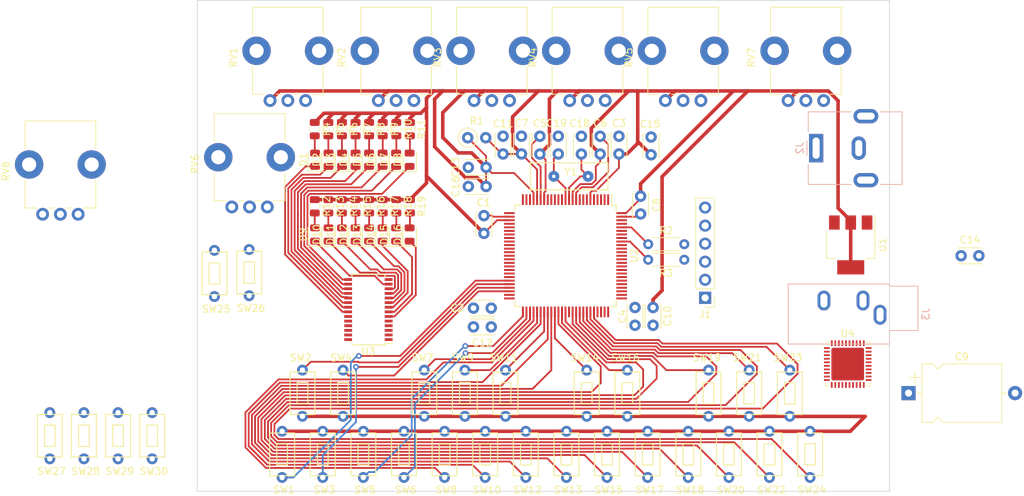
<source format=kicad_pcb>
(kicad_pcb (version 20171130) (host pcbnew 5.0.2-bee76a0~70~ubuntu18.04.1)
  (layers (0 F.Cu signal) (31 B.Cu signal) (34 B.Paste user) (35 F.Paste user) (36 B.SilkS user) (37 F.SilkS user) (38 B.Mask user) (39 F.Mask user) (44 Edge.Cuts user))
  (net 0 "")
  (net 1 GND)
  (net 2 +3V3)
  (net 3 /VCAP_1)
  (net 4 /VCAP_2)
  (net 5 /PH0)
  (net 6 /PH1)
  (net 7 /SW_CLOCK)
  (net 8 /SW_DIO)
  (net 9 /NRST)
  (net 10 /SW_O)
  (net 11 /I2C1_CLOCK)
  (net 12 /I2C1_DATA)
  (net 13 "Net-(RV1-Pad1)")
  (net 14 /VOLUME)
  (net 15 /ATTACK)
  (net 16 "Net-(RV2-Pad1)")
  (net 17 "Net-(RV3-Pad1)")
  (net 18 /DECAY)
  (net 19 /SUSTAIN)
  (net 20 "Net-(RV4-Pad1)")
  (net 21 "Net-(RV5-Pad1)")
  (net 22 /RELEASE)
  (net 23 "Net-(RV6-Pad1)")
  (net 24 /MIXER_AMT)
  (net 25 "Net-(RV7-Pad1)")
  (net 26 "Net-(RV8-Pad1)")
  (net 27 /WAVE_SHAPE)
  (net 28 /BUTTON_2)
  (net 29 /BUTTON_3)
  (net 30 /BUTTON_4)
  (net 31 /BUTTON_5)
  (net 32 /BUTTON_6)
  (net 33 /I2S3_WORD_SELECT)
  (net 34 /I2S3_MASTER_CLOCK)
  (net 35 /I2S3_CLOCK)
  (net 36 /~CS43L22_RESET)
  (net 37 /I2S3_SERIAL_DATA)
  (net 38 +5V)
  (net 39 "Net-(U2-Pad7)")
  (net 40 "Net-(U2-Pad8)")
  (net 41 "Net-(U2-Pad9)")
  (net 42 "Net-(U2-Pad23)")
  (net 43 "Net-(U2-Pad24)")
  (net 44 "Net-(U2-Pad25)")
  (net 45 "Net-(U2-Pad26)")
  (net 46 "Net-(U2-Pad30)")
  (net 47 "Net-(U2-Pad31)")
  (net 48 "Net-(U2-Pad32)")
  (net 49 "Net-(U2-Pad35)")
  (net 50 "Net-(U2-Pad36)")
  (net 51 "Net-(U2-Pad37)")
  (net 52 "Net-(U2-Pad77)")
  (net 53 "Net-(U2-Pad90)")
  (net 54 "Net-(U2-Pad91)")
  (net 55 "Net-(U2-Pad93)")
  (net 56 "Net-(U2-Pad95)")
  (net 57 /C1)
  (net 58 /C#1)
  (net 59 /D1)
  (net 60 /D#1)
  (net 61 /E1)
  (net 62 /F1)
  (net 63 /F#1)
  (net 64 /G1)
  (net 65 /G#1)
  (net 66 /A1)
  (net 67 /A#1)
  (net 68 /B1)
  (net 69 /C2)
  (net 70 /C#2)
  (net 71 /D2)
  (net 72 /D#2)
  (net 73 /E2)
  (net 74 /F2)
  (net 75 /F#2)
  (net 76 /G2)
  (net 77 /G#2)
  (net 78 /A2)
  (net 79 /A#2)
  (net 80 /B2)
  (net 81 "Net-(U2-Pad98)")
  (net 82 "Net-(U2-Pad97)")
  (net 83 "Net-(U2-Pad88)")
  (net 84 "Net-(U2-Pad87)")
  (net 85 "Net-(U2-Pad86)")
  (net 86 "Net-(U2-Pad85)")
  (net 87 "Net-(U2-Pad84)")
  (net 88 "Net-(U2-Pad83)")
  (net 89 "Net-(U2-Pad82)")
  (net 90 "Net-(U2-Pad81)")
  (net 91 "Net-(U2-Pad44)")
  (net 92 "Net-(U2-Pad43)")
  (net 93 "Net-(U2-Pad42)")
  (net 94 "Net-(U2-Pad41)")
  (net 95 "Net-(U2-Pad40)")
  (net 96 "Net-(U2-Pad39)")
  (net 97 "Net-(U2-Pad38)")
  (net 98 "Net-(U2-Pad5)")
  (net 99 "Net-(U2-Pad4)")
  (net 100 "Net-(U2-Pad3)")
  (net 101 "Net-(U2-Pad2)")
  (net 102 "Net-(U2-Pad1)")
  (net 103 /GLIDE_SHAPE)
  (net 104 "Net-(D1-Pad2)")
  (net 105 "Net-(D2-Pad2)")
  (net 106 "Net-(D3-Pad2)")
  (net 107 "Net-(D4-Pad2)")
  (net 108 "Net-(D5-Pad2)")
  (net 109 "Net-(D6-Pad2)")
  (net 110 "Net-(D7-Pad2)")
  (net 111 "Net-(D8-Pad2)")
  (net 112 "Net-(U3-Pad1)")
  (net 113 "Net-(U3-Pad2)")
  (net 114 "Net-(U3-Pad3)")
  (net 115 "Net-(U3-Pad4)")
  (net 116 "Net-(U3-Pad5)")
  (net 117 "Net-(U3-Pad23)")
  (net 118 "Net-(U3-Pad24)")
  (net 119 "Net-(U3-Pad25)")
  (net 120 "Net-(U3-Pad26)")
  (net 121 "Net-(U3-Pad27)")
  (net 122 "Net-(D9-Pad2)")
  (net 123 "Net-(D10-Pad2)")
  (net 124 "Net-(D11-Pad2)")
  (net 125 "Net-(D12-Pad2)")
  (net 126 "Net-(D13-Pad2)")
  (net 127 "Net-(D14-Pad2)")
  (net 128 "Net-(D15-Pad2)")
  (net 129 "Net-(D16-Pad2)")
  (net 130 /ARP_STYLE_LED_0)
  (net 131 /ARP_STYLE_LED_1)
  (net 132 /ARP_STYLE_LED_2)
  (net 133 /ARP_STYLE_LED_3)
  (net 134 /ARP_STYLE_LED_4)
  (net 135 /ARP_STYLE_LED_5)
  (net 136 /ARP_STYLE_LED_6)
  (net 137 /ARP_STYLE_LED_7)
  (net 138 /ARP_SCALE_LED_0)
  (net 139 /ARP_SCALE_LED_1)
  (net 140 /ARP_SCALE_LED_2)
  (net 141 /ARP_SCALE_LED_3)
  (net 142 /ARP_SCALE_LED_4)
  (net 143 /ARP_SCALE_LED_5)
  (net 144 /ARP_SCALE_LED_6)
  (net 145 /ARP_SCALE_LED_7)
  (net 146 /ARP_SPEED)
  (net 147 "Net-(U4-Pad1)")
  (net 148 "Net-(U4-Pad2)")
  (net 149 "Net-(U4-Pad3)")
  (net 150 "Net-(U4-Pad4)")
  (net 151 "Net-(U4-Pad5)")
  (net 152 "Net-(U4-Pad6)")
  (net 153 "Net-(U4-Pad7)")
  (net 154 "Net-(U4-Pad8)")
  (net 155 "Net-(U4-Pad9)")
  (net 156 "Net-(U4-Pad10)")
  (net 157 "Net-(U4-Pad11)")
  (net 158 "Net-(U4-Pad12)")
  (net 159 "Net-(U4-Pad13)")
  (net 160 "Net-(U4-Pad14)")
  (net 161 "Net-(U4-Pad15)")
  (net 162 "Net-(U4-Pad16)")
  (net 163 "Net-(U4-Pad17)")
  (net 164 "Net-(U4-Pad18)")
  (net 165 "Net-(U4-Pad19)")
  (net 166 "Net-(U4-Pad20)")
  (net 167 "Net-(U4-Pad21)")
  (net 168 "Net-(U4-Pad22)")
  (net 169 "Net-(U4-Pad23)")
  (net 170 "Net-(U4-Pad24)")
  (net 171 "Net-(U4-Pad25)")
  (net 172 "Net-(U4-Pad26)")
  (net 173 "Net-(U4-Pad27)")
  (net 174 "Net-(U4-Pad28)")
  (net 175 "Net-(U4-Pad29)")
  (net 176 "Net-(U4-Pad30)")
  (net 177 "Net-(U4-Pad31)")
  (net 178 "Net-(U4-Pad32)")
  (net 179 "Net-(U4-Pad33)")
  (net 180 "Net-(U4-Pad34)")
  (net 181 "Net-(U4-Pad35)")
  (net 182 "Net-(U4-Pad36)")
  (net 183 "Net-(U4-Pad37)")
  (net 184 "Net-(U4-Pad38)")
  (net 185 "Net-(U4-Pad39)")
  (net 186 "Net-(U4-Pad40)")
  (net 187 "Net-(J3-PadS)")
  (net 188 "Net-(J3-PadT)")
  (net 189 "Net-(J3-PadR)")
  (module "Synth_Footprints:Mountain Switch Narrow" (layer F.Cu) (at 103.6955 126.282 180)
    (fp_text reference SW2 (at 0.25 4.5 180) (layer F.SilkS))
    (fp_text value SW_Push hide)
    (pad 2 thru_hole circle (at 0 2.75 180) (size 1.524 1.524) (drill 0.762) (layers *.Cu *.Mask) (net 58 /C#1))
    (pad 1 thru_hole circle (at 0 -3.75 180) (size 1.524 1.524) (drill 0.762) (layers *.Cu *.Mask) (net 2 +3V3))
  )
  (module "Synth_Footprints:Mountain Switch Narrow" (layer F.Cu) (at 100.838 135.89)
    (fp_text reference SW1 (at 0.25 4.5) (layer F.SilkS))
    (fp_text value SW_Push hide)
    (pad 2 thru_hole circle (at 0 2.75) (size 1.524 1.524) (drill 0.762) (layers *.Cu *.Mask) (net 57 /C1))
    (pad 1 thru_hole circle (at 0 -3.75) (size 1.524 1.524) (drill 0.762) (layers *.Cu *.Mask) (net 2 +3V3))
  )
  (module Resistor_THT:R_Axial_DIN0207_L6.3mm_D2.5mm_P2.54mm_Vertical (layer F.Cu) (at 126.9492 90.8304)
    (fp_text reference R1 (at 1.27 -2.37) (layer F.SilkS))
    (fp_text value 47k)
    (pad 2 thru_hole oval (at 2.54 0) (size 1.6 1.6) (drill 0.8) (layers *.Cu *.Mask) (net 2 +3V3))
    (pad 1 thru_hole circle (at 0 0) (size 1.6 1.6) (drill 0.8) (layers *.Cu *.Mask) (net 2 +3V3))
  )
  (module Capacitor_THT:CP_Axial_L11.0mm_D8.0mm_P15.00mm_Horizontal (layer F.Cu) (at 188.981001 126.767001)
    (fp_text reference C9 (at 7.5 -5.12) (layer F.SilkS))
    (fp_text value CP1_Small)
    (pad 1 thru_hole rect (at 0 0) (size 2 2) (drill 1) (layers *.Cu *.Mask) (net 38 +5V))
    (pad 2 thru_hole oval (at 15 0) (size 2 2) (drill 1) (layers *.Cu *.Mask) (net 1 GND))
  )
  (module Connector_PinHeader_2.54mm:PinHeader_1x06_P2.54mm_Vertical (layer F.Cu) (at 160.3629 113.3602 180)
    (fp_text reference J1 (at 0 -2.33 180) (layer F.SilkS))
    (fp_text value Conn_01x06)
    (pad 1 thru_hole rect (at 0 0 180) (size 1.7 1.7) (drill 1) (layers *.Cu *.Mask) (net 2 +3V3))
    (pad 2 thru_hole oval (at 0 2.54 180) (size 1.7 1.7) (drill 1) (layers *.Cu *.Mask) (net 7 /SW_CLOCK))
    (pad 3 thru_hole oval (at 0 5.08 180) (size 1.7 1.7) (drill 1) (layers *.Cu *.Mask) (net 1 GND))
    (pad 4 thru_hole oval (at 0 7.62 180) (size 1.7 1.7) (drill 1) (layers *.Cu *.Mask) (net 8 /SW_DIO))
    (pad 5 thru_hole oval (at 0 10.16 180) (size 1.7 1.7) (drill 1) (layers *.Cu *.Mask) (net 9 /NRST))
    (pad 6 thru_hole oval (at 0 12.7 180) (size 1.7 1.7) (drill 1) (layers *.Cu *.Mask) (net 10 /SW_O))
  )
  (module Connector_BarrelJack:BarrelJack_CUI_PJ-063AH_Horizontal (layer B.Cu) (at 175.9816 92.2951 270)
    (fp_text reference J2 (at 0 2.3 270) (layer B.SilkS) (effects (justify mirror)))
    (fp_text value Barrel_Jack_Switch)
    (pad 1 thru_hole rect (at 0 0 270) (size 4 2) (drill oval 3 1) (layers *.Cu *.Mask) (net 38 +5V))
    (pad 2 thru_hole oval (at 0 -6 270) (size 3.3 2) (drill oval 2.3 1) (layers *.Cu *.Mask) (net 1 GND))
    (pad MP thru_hole oval (at -4.5 -7 270) (size 2 3.5) (drill oval 1 2.5) (layers *.Cu *.Mask))
    (pad MP thru_hole oval (at 4.5 -7 270) (size 2 3.5) (drill oval 1 2.5) (layers *.Cu *.Mask))
    (pad "" np_thru_hole circle (at 0 -9 270) (size 1.6 1.6) (drill 1.6) (layers *.Cu *.Mask))
  )
  (module Package_QFP:LQFP-100_14x14mm_P0.5mm (layer F.Cu) (at 140.716 107.442 270)
    (fp_text reference U2 (at 0 -9.65 270) (layer F.SilkS))
    (fp_text value STM32F407VGTx)
    (pad 100 smd rect (at -6 -7.9) (size 1.5 0.28) (layers F.Cu F.Paste F.Mask) (net 2 +3V3))
    (pad 99 smd rect (at -5.5 -7.9) (size 1.5 0.28) (layers F.Cu F.Paste F.Mask) (net 1 GND))
    (pad 98 smd rect (at -5 -7.9) (size 1.5 0.28) (layers F.Cu F.Paste F.Mask) (net 81 "Net-(U2-Pad98)"))
    (pad 97 smd rect (at -4.5 -7.9) (size 1.5 0.28) (layers F.Cu F.Paste F.Mask) (net 82 "Net-(U2-Pad97)"))
    (pad 96 smd rect (at -4 -7.9) (size 1.5 0.28) (layers F.Cu F.Paste F.Mask) (net 12 /I2C1_DATA))
    (pad 95 smd rect (at -3.5 -7.9) (size 1.5 0.28) (layers F.Cu F.Paste F.Mask) (net 56 "Net-(U2-Pad95)"))
    (pad 94 smd rect (at -3 -7.9) (size 1.5 0.28) (layers F.Cu F.Paste F.Mask) (net 1 GND))
    (pad 93 smd rect (at -2.5 -7.9) (size 1.5 0.28) (layers F.Cu F.Paste F.Mask) (net 55 "Net-(U2-Pad93)"))
    (pad 92 smd rect (at -2 -7.9) (size 1.5 0.28) (layers F.Cu F.Paste F.Mask) (net 11 /I2C1_CLOCK))
    (pad 91 smd rect (at -1.5 -7.9) (size 1.5 0.28) (layers F.Cu F.Paste F.Mask) (net 54 "Net-(U2-Pad91)"))
    (pad 90 smd rect (at -1 -7.9) (size 1.5 0.28) (layers F.Cu F.Paste F.Mask) (net 53 "Net-(U2-Pad90)"))
    (pad 89 smd rect (at -0.5 -7.9) (size 1.5 0.28) (layers F.Cu F.Paste F.Mask) (net 10 /SW_O))
    (pad 88 smd rect (at 0 -7.9) (size 1.5 0.28) (layers F.Cu F.Paste F.Mask) (net 83 "Net-(U2-Pad88)"))
    (pad 87 smd rect (at 0.5 -7.9) (size 1.5 0.28) (layers F.Cu F.Paste F.Mask) (net 84 "Net-(U2-Pad87)"))
    (pad 86 smd rect (at 1 -7.9) (size 1.5 0.28) (layers F.Cu F.Paste F.Mask) (net 85 "Net-(U2-Pad86)"))
    (pad 85 smd rect (at 1.5 -7.9) (size 1.5 0.28) (layers F.Cu F.Paste F.Mask) (net 86 "Net-(U2-Pad85)"))
    (pad 84 smd rect (at 2 -7.9) (size 1.5 0.28) (layers F.Cu F.Paste F.Mask) (net 87 "Net-(U2-Pad84)"))
    (pad 83 smd rect (at 2.5 -7.9) (size 1.5 0.28) (layers F.Cu F.Paste F.Mask) (net 88 "Net-(U2-Pad83)"))
    (pad 82 smd rect (at 3 -7.9) (size 1.5 0.28) (layers F.Cu F.Paste F.Mask) (net 89 "Net-(U2-Pad82)"))
    (pad 81 smd rect (at 3.5 -7.9) (size 1.5 0.28) (layers F.Cu F.Paste F.Mask) (net 90 "Net-(U2-Pad81)"))
    (pad 80 smd rect (at 4 -7.9) (size 1.5 0.28) (layers F.Cu F.Paste F.Mask) (net 37 /I2S3_SERIAL_DATA))
    (pad 79 smd rect (at 4.5 -7.9) (size 1.5 0.28) (layers F.Cu F.Paste F.Mask) (net 36 /~CS43L22_RESET))
    (pad 78 smd rect (at 5 -7.9) (size 1.5 0.28) (layers F.Cu F.Paste F.Mask) (net 35 /I2S3_CLOCK))
    (pad 77 smd rect (at 5.5 -7.9) (size 1.5 0.28) (layers F.Cu F.Paste F.Mask) (net 52 "Net-(U2-Pad77)"))
    (pad 76 smd rect (at 6 -7.9) (size 1.5 0.28) (layers F.Cu F.Paste F.Mask) (net 7 /SW_CLOCK))
    (pad 75 smd rect (at 7.9 -6 270) (size 1.5 0.28) (layers F.Cu F.Paste F.Mask) (net 2 +3V3))
    (pad 74 smd rect (at 7.9 -5.5 270) (size 1.5 0.28) (layers F.Cu F.Paste F.Mask) (net 1 GND))
    (pad 73 smd rect (at 7.9 -5 270) (size 1.5 0.28) (layers F.Cu F.Paste F.Mask) (net 4 /VCAP_2))
    (pad 72 smd rect (at 7.9 -4.5 270) (size 1.5 0.28) (layers F.Cu F.Paste F.Mask) (net 8 /SW_DIO))
    (pad 71 smd rect (at 7.9 -4 270) (size 1.5 0.28) (layers F.Cu F.Paste F.Mask) (net 80 /B2))
    (pad 70 smd rect (at 7.9 -3.5 270) (size 1.5 0.28) (layers F.Cu F.Paste F.Mask) (net 79 /A#2))
    (pad 69 smd rect (at 7.9 -3 270) (size 1.5 0.28) (layers F.Cu F.Paste F.Mask) (net 78 /A2))
    (pad 68 smd rect (at 7.9 -2.5 270) (size 1.5 0.28) (layers F.Cu F.Paste F.Mask) (net 77 /G#2))
    (pad 67 smd rect (at 7.9 -2 270) (size 1.5 0.28) (layers F.Cu F.Paste F.Mask) (net 76 /G2))
    (pad 66 smd rect (at 7.9 -1.5 270) (size 1.5 0.28) (layers F.Cu F.Paste F.Mask) (net 75 /F#2))
    (pad 65 smd rect (at 7.9 -1 270) (size 1.5 0.28) (layers F.Cu F.Paste F.Mask) (net 74 /F2))
    (pad 64 smd rect (at 7.9 -0.5 270) (size 1.5 0.28) (layers F.Cu F.Paste F.Mask) (net 34 /I2S3_MASTER_CLOCK))
    (pad 63 smd rect (at 7.9 0 270) (size 1.5 0.28) (layers F.Cu F.Paste F.Mask) (net 73 /E2))
    (pad 62 smd rect (at 7.9 0.5 270) (size 1.5 0.28) (layers F.Cu F.Paste F.Mask) (net 72 /D#2))
    (pad 61 smd rect (at 7.9 1 270) (size 1.5 0.28) (layers F.Cu F.Paste F.Mask) (net 71 /D2))
    (pad 60 smd rect (at 7.9 1.5 270) (size 1.5 0.28) (layers F.Cu F.Paste F.Mask) (net 70 /C#2))
    (pad 59 smd rect (at 7.9 2 270) (size 1.5 0.28) (layers F.Cu F.Paste F.Mask) (net 69 /C2))
    (pad 58 smd rect (at 7.9 2.5 270) (size 1.5 0.28) (layers F.Cu F.Paste F.Mask) (net 68 /B1))
    (pad 57 smd rect (at 7.9 3 270) (size 1.5 0.28) (layers F.Cu F.Paste F.Mask) (net 67 /A#1))
    (pad 56 smd rect (at 7.9 3.5 270) (size 1.5 0.28) (layers F.Cu F.Paste F.Mask) (net 66 /A1))
    (pad 55 smd rect (at 7.9 4 270) (size 1.5 0.28) (layers F.Cu F.Paste F.Mask) (net 65 /G#1))
    (pad 54 smd rect (at 7.9 4.5 270) (size 1.5 0.28) (layers F.Cu F.Paste F.Mask) (net 64 /G1))
    (pad 53 smd rect (at 7.9 5 270) (size 1.5 0.28) (layers F.Cu F.Paste F.Mask) (net 63 /F#1))
    (pad 52 smd rect (at 7.9 5.5 270) (size 1.5 0.28) (layers F.Cu F.Paste F.Mask) (net 62 /F1))
    (pad 51 smd rect (at 7.9 6 270) (size 1.5 0.28) (layers F.Cu F.Paste F.Mask) (net 61 /E1))
    (pad 50 smd rect (at 6 7.9) (size 1.5 0.28) (layers F.Cu F.Paste F.Mask) (net 2 +3V3))
    (pad 49 smd rect (at 5.5 7.9) (size 1.5 0.28) (layers F.Cu F.Paste F.Mask) (net 3 /VCAP_1))
    (pad 48 smd rect (at 5 7.9) (size 1.5 0.28) (layers F.Cu F.Paste F.Mask) (net 60 /D#1))
    (pad 47 smd rect (at 4.5 7.9) (size 1.5 0.28) (layers F.Cu F.Paste F.Mask) (net 59 /D1))
    (pad 46 smd rect (at 4 7.9) (size 1.5 0.28) (layers F.Cu F.Paste F.Mask) (net 58 /C#1))
    (pad 45 smd rect (at 3.5 7.9) (size 1.5 0.28) (layers F.Cu F.Paste F.Mask) (net 57 /C1))
    (pad 44 smd rect (at 3 7.9) (size 1.5 0.28) (layers F.Cu F.Paste F.Mask) (net 91 "Net-(U2-Pad44)"))
    (pad 43 smd rect (at 2.5 7.9) (size 1.5 0.28) (layers F.Cu F.Paste F.Mask) (net 92 "Net-(U2-Pad43)"))
    (pad 42 smd rect (at 2 7.9) (size 1.5 0.28) (layers F.Cu F.Paste F.Mask) (net 93 "Net-(U2-Pad42)"))
    (pad 41 smd rect (at 1.5 7.9) (size 1.5 0.28) (layers F.Cu F.Paste F.Mask) (net 94 "Net-(U2-Pad41)"))
    (pad 40 smd rect (at 1 7.9) (size 1.5 0.28) (layers F.Cu F.Paste F.Mask) (net 95 "Net-(U2-Pad40)"))
    (pad 39 smd rect (at 0.5 7.9) (size 1.5 0.28) (layers F.Cu F.Paste F.Mask) (net 96 "Net-(U2-Pad39)"))
    (pad 38 smd rect (at 0 7.9) (size 1.5 0.28) (layers F.Cu F.Paste F.Mask) (net 97 "Net-(U2-Pad38)"))
    (pad 37 smd rect (at -0.5 7.9) (size 1.5 0.28) (layers F.Cu F.Paste F.Mask) (net 51 "Net-(U2-Pad37)"))
    (pad 36 smd rect (at -1 7.9) (size 1.5 0.28) (layers F.Cu F.Paste F.Mask) (net 50 "Net-(U2-Pad36)"))
    (pad 35 smd rect (at -1.5 7.9) (size 1.5 0.28) (layers F.Cu F.Paste F.Mask) (net 49 "Net-(U2-Pad35)"))
    (pad 34 smd rect (at -2 7.9) (size 1.5 0.28) (layers F.Cu F.Paste F.Mask) (net 32 /BUTTON_6))
    (pad 33 smd rect (at -2.5 7.9) (size 1.5 0.28) (layers F.Cu F.Paste F.Mask) (net 31 /BUTTON_5))
    (pad 32 smd rect (at -3 7.9) (size 1.5 0.28) (layers F.Cu F.Paste F.Mask) (net 48 "Net-(U2-Pad32)"))
    (pad 31 smd rect (at -3.5 7.9) (size 1.5 0.28) (layers F.Cu F.Paste F.Mask) (net 47 "Net-(U2-Pad31)"))
    (pad 30 smd rect (at -4 7.9) (size 1.5 0.28) (layers F.Cu F.Paste F.Mask) (net 46 "Net-(U2-Pad30)"))
    (pad 29 smd rect (at -4.5 7.9) (size 1.5 0.28) (layers F.Cu F.Paste F.Mask) (net 33 /I2S3_WORD_SELECT))
    (pad 28 smd rect (at -5 7.9) (size 1.5 0.28) (layers F.Cu F.Paste F.Mask) (net 2 +3V3))
    (pad 27 smd rect (at -5.5 7.9) (size 1.5 0.28) (layers F.Cu F.Paste F.Mask) (net 1 GND))
    (pad 26 smd rect (at -6 7.9) (size 1.5 0.28) (layers F.Cu F.Paste F.Mask) (net 45 "Net-(U2-Pad26)"))
    (pad 25 smd rect (at -7.9 6 270) (size 1.5 0.28) (layers F.Cu F.Paste F.Mask) (net 44 "Net-(U2-Pad25)"))
    (pad 24 smd rect (at -7.9 5.5 270) (size 1.5 0.28) (layers F.Cu F.Paste F.Mask) (net 43 "Net-(U2-Pad24)"))
    (pad 23 smd rect (at -7.9 5 270) (size 1.5 0.28) (layers F.Cu F.Paste F.Mask) (net 42 "Net-(U2-Pad23)"))
    (pad 22 smd rect (at -7.9 4.5 270) (size 1.5 0.28) (layers F.Cu F.Paste F.Mask) (net 2 +3V3))
    (pad 21 smd rect (at -7.9 4 270) (size 1.5 0.28) (layers F.Cu F.Paste F.Mask) (net 2 +3V3))
    (pad 20 smd rect (at -7.9 3.5 270) (size 1.5 0.28) (layers F.Cu F.Paste F.Mask) (net 1 GND))
    (pad 19 smd rect (at -7.9 3 270) (size 1.5 0.28) (layers F.Cu F.Paste F.Mask) (net 2 +3V3))
    (pad 18 smd rect (at -7.9 2.5 270) (size 1.5 0.28) (layers F.Cu F.Paste F.Mask) (net 30 /BUTTON_4))
    (pad 17 smd rect (at -7.9 2 270) (size 1.5 0.28) (layers F.Cu F.Paste F.Mask) (net 29 /BUTTON_3))
    (pad 16 smd rect (at -7.9 1.5 270) (size 1.5 0.28) (layers F.Cu F.Paste F.Mask) (net 28 /BUTTON_2))
    (pad 15 smd rect (at -7.9 1 270) (size 1.5 0.28) (layers F.Cu F.Paste F.Mask) (net 103 /GLIDE_SHAPE))
    (pad 14 smd rect (at -7.9 0.5 270) (size 1.5 0.28) (layers F.Cu F.Paste F.Mask) (net 9 /NRST))
    (pad 13 smd rect (at -7.9 0 270) (size 1.5 0.28) (layers F.Cu F.Paste F.Mask) (net 6 /PH1))
    (pad 12 smd rect (at -7.9 -0.5 270) (size 1.5 0.28) (layers F.Cu F.Paste F.Mask) (net 5 /PH0))
    (pad 11 smd rect (at -7.9 -1 270) (size 1.5 0.28) (layers F.Cu F.Paste F.Mask) (net 2 +3V3))
    (pad 10 smd rect (at -7.9 -1.5 270) (size 1.5 0.28) (layers F.Cu F.Paste F.Mask) (net 1 GND))
    (pad 9 smd rect (at -7.9 -2 270) (size 1.5 0.28) (layers F.Cu F.Paste F.Mask) (net 41 "Net-(U2-Pad9)"))
    (pad 8 smd rect (at -7.9 -2.5 270) (size 1.5 0.28) (layers F.Cu F.Paste F.Mask) (net 40 "Net-(U2-Pad8)"))
    (pad 7 smd rect (at -7.9 -3 270) (size 1.5 0.28) (layers F.Cu F.Paste F.Mask) (net 39 "Net-(U2-Pad7)"))
    (pad 6 smd rect (at -7.9 -3.5 270) (size 1.5 0.28) (layers F.Cu F.Paste F.Mask) (net 2 +3V3))
    (pad 5 smd rect (at -7.9 -4 270) (size 1.5 0.28) (layers F.Cu F.Paste F.Mask) (net 98 "Net-(U2-Pad5)"))
    (pad 4 smd rect (at -7.9 -4.5 270) (size 1.5 0.28) (layers F.Cu F.Paste F.Mask) (net 99 "Net-(U2-Pad4)"))
    (pad 3 smd rect (at -7.9 -5 270) (size 1.5 0.28) (layers F.Cu F.Paste F.Mask) (net 100 "Net-(U2-Pad3)"))
    (pad 2 smd rect (at -7.9 -5.5 270) (size 1.5 0.28) (layers F.Cu F.Paste F.Mask) (net 101 "Net-(U2-Pad2)"))
    (pad 1 smd rect (at -7.9 -6 270) (size 1.5 0.28) (layers F.Cu F.Paste F.Mask) (net 102 "Net-(U2-Pad1)"))
  )
  (module Package_TO_SOT_SMD:SOT-223-3_TabPin2 (layer F.Cu) (at 180.848 105.918 270)
    (fp_text reference U1 (at 0 -4.5 270) (layer F.SilkS))
    (fp_text value LD1117S33TR_SOT223)
    (pad 2 smd rect (at 3.15 0 270) (size 2 3.8) (layers F.Cu F.Paste F.Mask) (net 2 +3V3))
    (pad 2 smd rect (at -3.15 0 270) (size 2 1.5) (layers F.Cu F.Paste F.Mask) (net 2 +3V3))
    (pad 3 smd rect (at -3.15 2.3 270) (size 2 1.5) (layers F.Cu F.Paste F.Mask) (net 38 +5V))
    (pad 1 smd rect (at -3.15 -2.3 270) (size 2 1.5) (layers F.Cu F.Paste F.Mask) (net 1 GND))
  )
  (module "Synth_Footprints:Mountain Switch Narrow" (layer F.Cu) (at 106.553 135.89)
    (fp_text reference SW3 (at 0.25 4.5) (layer F.SilkS))
    (fp_text value SW_Push hide)
    (pad 2 thru_hole circle (at 0 2.75) (size 1.524 1.524) (drill 0.762) (layers *.Cu *.Mask) (net 59 /D1))
    (pad 1 thru_hole circle (at 0 -3.75) (size 1.524 1.524) (drill 0.762) (layers *.Cu *.Mask) (net 2 +3V3))
  )
  (module "Synth_Footprints:Mountain Switch Narrow" (layer F.Cu) (at 109.4105 126.282 180)
    (fp_text reference SW4 (at 0.25 4.5 180) (layer F.SilkS))
    (fp_text value SW_Push hide)
    (pad 2 thru_hole circle (at 0 2.75 180) (size 1.524 1.524) (drill 0.762) (layers *.Cu *.Mask) (net 60 /D#1))
    (pad 1 thru_hole circle (at 0 -3.75 180) (size 1.524 1.524) (drill 0.762) (layers *.Cu *.Mask) (net 2 +3V3))
  )
  (module "Synth_Footprints:Mountain Switch Narrow" (layer F.Cu) (at 112.268 135.89)
    (fp_text reference SW5 (at 0.25 4.5) (layer F.SilkS))
    (fp_text value SW_Push hide)
    (pad 2 thru_hole circle (at 0 2.75) (size 1.524 1.524) (drill 0.762) (layers *.Cu *.Mask) (net 61 /E1))
    (pad 1 thru_hole circle (at 0 -3.75) (size 1.524 1.524) (drill 0.762) (layers *.Cu *.Mask) (net 2 +3V3))
  )
  (module "Synth_Footprints:Mountain Switch Narrow" (layer F.Cu) (at 117.983 135.89)
    (fp_text reference SW6 (at 0.25 4.5) (layer F.SilkS))
    (fp_text value SW_Push hide)
    (pad 1 thru_hole circle (at 0 -3.75) (size 1.524 1.524) (drill 0.762) (layers *.Cu *.Mask) (net 2 +3V3))
    (pad 2 thru_hole circle (at 0 2.75) (size 1.524 1.524) (drill 0.762) (layers *.Cu *.Mask) (net 62 /F1))
  )
  (module "Synth_Footprints:Mountain Switch Narrow" (layer F.Cu) (at 120.8405 126.282 180)
    (fp_text reference SW7 (at 0.25 4.5 180) (layer F.SilkS))
    (fp_text value SW_Push hide)
    (pad 2 thru_hole circle (at 0 2.75 180) (size 1.524 1.524) (drill 0.762) (layers *.Cu *.Mask) (net 63 /F#1))
    (pad 1 thru_hole circle (at 0 -3.75 180) (size 1.524 1.524) (drill 0.762) (layers *.Cu *.Mask) (net 2 +3V3))
  )
  (module "Synth_Footprints:Mountain Switch Narrow" (layer F.Cu) (at 123.698 135.89)
    (fp_text reference SW8 (at 0.25 4.5) (layer F.SilkS))
    (fp_text value SW_Push hide)
    (pad 2 thru_hole circle (at 0 2.75) (size 1.524 1.524) (drill 0.762) (layers *.Cu *.Mask) (net 64 /G1))
    (pad 1 thru_hole circle (at 0 -3.75) (size 1.524 1.524) (drill 0.762) (layers *.Cu *.Mask) (net 2 +3V3))
  )
  (module "Synth_Footprints:Mountain Switch Narrow" (layer F.Cu) (at 126.5555 126.282 180)
    (fp_text reference SW9 (at 0.25 4.5 180) (layer F.SilkS))
    (fp_text value SW_Push hide)
    (pad 2 thru_hole circle (at 0 2.75 180) (size 1.524 1.524) (drill 0.762) (layers *.Cu *.Mask) (net 65 /G#1))
    (pad 1 thru_hole circle (at 0 -3.75 180) (size 1.524 1.524) (drill 0.762) (layers *.Cu *.Mask) (net 2 +3V3))
  )
  (module "Synth_Footprints:Mountain Switch Narrow" (layer F.Cu) (at 129.413 135.89)
    (fp_text reference SW10 (at 0.25 4.5) (layer F.SilkS))
    (fp_text value SW_Push hide)
    (pad 2 thru_hole circle (at 0 2.75) (size 1.524 1.524) (drill 0.762) (layers *.Cu *.Mask) (net 66 /A1))
    (pad 1 thru_hole circle (at 0 -3.75) (size 1.524 1.524) (drill 0.762) (layers *.Cu *.Mask) (net 2 +3V3))
  )
  (module "Synth_Footprints:Mountain Switch Narrow" (layer F.Cu) (at 132.2705 126.282 180)
    (fp_text reference SW11 (at 0.25 4.5 180) (layer F.SilkS))
    (fp_text value SW_Push hide)
    (pad 2 thru_hole circle (at 0 2.75 180) (size 1.524 1.524) (drill 0.762) (layers *.Cu *.Mask) (net 67 /A#1))
    (pad 1 thru_hole circle (at 0 -3.75 180) (size 1.524 1.524) (drill 0.762) (layers *.Cu *.Mask) (net 2 +3V3))
  )
  (module "Synth_Footprints:Mountain Switch Narrow" (layer F.Cu) (at 135.128 135.89)
    (fp_text reference SW12 (at 0.25 4.5) (layer F.SilkS))
    (fp_text value SW_Push hide)
    (pad 2 thru_hole circle (at 0 2.75) (size 1.524 1.524) (drill 0.762) (layers *.Cu *.Mask) (net 68 /B1))
    (pad 1 thru_hole circle (at 0 -3.75) (size 1.524 1.524) (drill 0.762) (layers *.Cu *.Mask) (net 2 +3V3))
  )
  (module "Synth_Footprints:Mountain Switch Narrow" (layer F.Cu) (at 140.843 135.89)
    (fp_text reference SW13 (at 0.25 4.5) (layer F.SilkS))
    (fp_text value SW_Push hide)
    (pad 1 thru_hole circle (at 0 -3.75) (size 1.524 1.524) (drill 0.762) (layers *.Cu *.Mask) (net 2 +3V3))
    (pad 2 thru_hole circle (at 0 2.75) (size 1.524 1.524) (drill 0.762) (layers *.Cu *.Mask) (net 69 /C2))
  )
  (module "Synth_Footprints:Mountain Switch Narrow" (layer F.Cu) (at 143.7005 126.282 180)
    (fp_text reference SW14 (at 0.25 4.5 180) (layer F.SilkS))
    (fp_text value SW_Push hide)
    (pad 1 thru_hole circle (at 0 -3.75 180) (size 1.524 1.524) (drill 0.762) (layers *.Cu *.Mask) (net 2 +3V3))
    (pad 2 thru_hole circle (at 0 2.75 180) (size 1.524 1.524) (drill 0.762) (layers *.Cu *.Mask) (net 70 /C#2))
  )
  (module "Synth_Footprints:Mountain Switch Narrow" (layer F.Cu) (at 146.558 135.89)
    (fp_text reference SW15 (at 0.25 4.5) (layer F.SilkS))
    (fp_text value SW_Push hide)
    (pad 2 thru_hole circle (at 0 2.75) (size 1.524 1.524) (drill 0.762) (layers *.Cu *.Mask) (net 71 /D2))
    (pad 1 thru_hole circle (at 0 -3.75) (size 1.524 1.524) (drill 0.762) (layers *.Cu *.Mask) (net 2 +3V3))
  )
  (module "Synth_Footprints:Mountain Switch Narrow" (layer F.Cu) (at 149.4155 126.282 180)
    (fp_text reference SW16 (at 0.25 4.5 180) (layer F.SilkS))
    (fp_text value SW_Push hide)
    (pad 2 thru_hole circle (at 0 2.75 180) (size 1.524 1.524) (drill 0.762) (layers *.Cu *.Mask) (net 72 /D#2))
    (pad 1 thru_hole circle (at 0 -3.75 180) (size 1.524 1.524) (drill 0.762) (layers *.Cu *.Mask) (net 2 +3V3))
  )
  (module "Synth_Footprints:Mountain Switch Narrow" (layer F.Cu) (at 152.273 135.89)
    (fp_text reference SW17 (at 0.25 4.5) (layer F.SilkS))
    (fp_text value SW_Push hide)
    (pad 2 thru_hole circle (at 0 2.75) (size 1.524 1.524) (drill 0.762) (layers *.Cu *.Mask) (net 73 /E2))
    (pad 1 thru_hole circle (at 0 -3.75) (size 1.524 1.524) (drill 0.762) (layers *.Cu *.Mask) (net 2 +3V3))
  )
  (module "Synth_Footprints:Mountain Switch Narrow" (layer F.Cu) (at 157.988 135.89)
    (fp_text reference SW18 (at 0.25 4.5) (layer F.SilkS))
    (fp_text value SW_Push hide)
    (pad 2 thru_hole circle (at 0 2.75) (size 1.524 1.524) (drill 0.762) (layers *.Cu *.Mask) (net 74 /F2))
    (pad 1 thru_hole circle (at 0 -3.75) (size 1.524 1.524) (drill 0.762) (layers *.Cu *.Mask) (net 2 +3V3))
  )
  (module "Synth_Footprints:Mountain Switch Narrow" (layer F.Cu) (at 160.8455 126.282 180)
    (fp_text reference SW19 (at 0.25 4.5 180) (layer F.SilkS))
    (fp_text value SW_Push hide)
    (pad 2 thru_hole circle (at 0 2.75 180) (size 1.524 1.524) (drill 0.762) (layers *.Cu *.Mask) (net 75 /F#2))
    (pad 1 thru_hole circle (at 0 -3.75 180) (size 1.524 1.524) (drill 0.762) (layers *.Cu *.Mask) (net 2 +3V3))
  )
  (module "Synth_Footprints:Mountain Switch Narrow" (layer F.Cu) (at 163.703 135.89)
    (fp_text reference SW20 (at 0.25 4.5) (layer F.SilkS))
    (fp_text value SW_Push hide)
    (pad 2 thru_hole circle (at 0 2.75) (size 1.524 1.524) (drill 0.762) (layers *.Cu *.Mask) (net 76 /G2))
    (pad 1 thru_hole circle (at 0 -3.75) (size 1.524 1.524) (drill 0.762) (layers *.Cu *.Mask) (net 2 +3V3))
  )
  (module "Synth_Footprints:Mountain Switch Narrow" (layer F.Cu) (at 166.5605 126.282 180)
    (fp_text reference SW21 (at 0.25 4.5 180) (layer F.SilkS))
    (fp_text value SW_Push hide)
    (pad 2 thru_hole circle (at 0 2.75 180) (size 1.524 1.524) (drill 0.762) (layers *.Cu *.Mask) (net 77 /G#2))
    (pad 1 thru_hole circle (at 0 -3.75 180) (size 1.524 1.524) (drill 0.762) (layers *.Cu *.Mask) (net 2 +3V3))
  )
  (module "Synth_Footprints:Mountain Switch Narrow" (layer F.Cu) (at 169.418 135.89)
    (fp_text reference SW22 (at 0.25 4.5) (layer F.SilkS))
    (fp_text value SW_Push hide)
    (pad 2 thru_hole circle (at 0 2.75) (size 1.524 1.524) (drill 0.762) (layers *.Cu *.Mask) (net 78 /A2))
    (pad 1 thru_hole circle (at 0 -3.75) (size 1.524 1.524) (drill 0.762) (layers *.Cu *.Mask) (net 2 +3V3))
  )
  (module "Synth_Footprints:Mountain Switch Narrow" (layer F.Cu) (at 172.2755 126.282 180)
    (fp_text reference SW23 (at 0.25 4.5 180) (layer F.SilkS))
    (fp_text value SW_Push hide)
    (pad 2 thru_hole circle (at 0 2.75 180) (size 1.524 1.524) (drill 0.762) (layers *.Cu *.Mask) (net 79 /A#2))
    (pad 1 thru_hole circle (at 0 -3.75 180) (size 1.524 1.524) (drill 0.762) (layers *.Cu *.Mask) (net 2 +3V3))
  )
  (module "Synth_Footprints:Mountain Switch Narrow" (layer F.Cu) (at 175.133 135.89)
    (fp_text reference SW24 (at 0.25 4.5) (layer F.SilkS))
    (fp_text value SW_Push hide)
    (pad 2 thru_hole circle (at 0 2.75) (size 1.524 1.524) (drill 0.762) (layers *.Cu *.Mask) (net 80 /B2))
    (pad 1 thru_hole circle (at 0 -3.75) (size 1.524 1.524) (drill 0.762) (layers *.Cu *.Mask) (net 2 +3V3))
  )
  (module "Synth_Footprints:Mountain Switch Narrow" (layer F.Cu) (at 91.313 110.43)
    (fp_text reference SW25 (at 0.25 4.5) (layer F.SilkS))
    (fp_text value SW_Push hide)
    (pad 2 thru_hole circle (at 0 2.75) (size 1.524 1.524) (drill 0.762) (layers *.Cu *.Mask) (net 103 /GLIDE_SHAPE))
    (pad 1 thru_hole circle (at 0 -3.75) (size 1.524 1.524) (drill 0.762) (layers *.Cu *.Mask) (net 2 +3V3))
  )
  (module "Synth_Footprints:Mountain Switch Narrow" (layer F.Cu) (at 96.2025 110.3122)
    (fp_text reference SW26 (at 0.25 4.5) (layer F.SilkS))
    (fp_text value SW_Push hide)
    (pad 1 thru_hole circle (at 0 -3.75) (size 1.524 1.524) (drill 0.762) (layers *.Cu *.Mask) (net 2 +3V3))
    (pad 2 thru_hole circle (at 0 2.75) (size 1.524 1.524) (drill 0.762) (layers *.Cu *.Mask) (net 28 /BUTTON_2))
  )
  (module "Synth_Footprints:Mountain Switch Narrow" (layer F.Cu) (at 68.1482 133.267)
    (fp_text reference SW27 (at 0.25 4.5) (layer F.SilkS))
    (fp_text value SW_Push hide)
    (pad 1 thru_hole circle (at 0 -3.75) (size 1.524 1.524) (drill 0.762) (layers *.Cu *.Mask) (net 2 +3V3))
    (pad 2 thru_hole circle (at 0 2.75) (size 1.524 1.524) (drill 0.762) (layers *.Cu *.Mask) (net 29 /BUTTON_3))
  )
  (module "Synth_Footprints:Mountain Switch Narrow" (layer F.Cu) (at 72.9488 133.267)
    (fp_text reference SW28 (at 0.25 4.5) (layer F.SilkS))
    (fp_text value SW_Push hide)
    (pad 2 thru_hole circle (at 0 2.75) (size 1.524 1.524) (drill 0.762) (layers *.Cu *.Mask) (net 30 /BUTTON_4))
    (pad 1 thru_hole circle (at 0 -3.75) (size 1.524 1.524) (drill 0.762) (layers *.Cu *.Mask) (net 2 +3V3))
  )
  (module "Synth_Footprints:Mountain Switch Narrow" (layer F.Cu) (at 77.7494 133.267)
    (fp_text reference SW29 (at 0.25 4.5) (layer F.SilkS))
    (fp_text value SW_Push hide)
    (pad 2 thru_hole circle (at 0 2.75) (size 1.524 1.524) (drill 0.762) (layers *.Cu *.Mask) (net 31 /BUTTON_5))
    (pad 1 thru_hole circle (at 0 -3.75) (size 1.524 1.524) (drill 0.762) (layers *.Cu *.Mask) (net 2 +3V3))
  )
  (module "Synth_Footprints:Mountain Switch Narrow" (layer F.Cu) (at 82.55 133.267)
    (fp_text reference SW30 (at 0.25 4.5) (layer F.SilkS))
    (fp_text value SW_Push hide)
    (pad 1 thru_hole circle (at 0 -3.75) (size 1.524 1.524) (drill 0.762) (layers *.Cu *.Mask) (net 2 +3V3))
    (pad 2 thru_hole circle (at 0 2.75) (size 1.524 1.524) (drill 0.762) (layers *.Cu *.Mask) (net 32 /BUTTON_6))
  )
  (module Capacitor_THT:C_Disc_D3.0mm_W2.0mm_P2.50mm (layer F.Cu) (at 129.2352 104.2924 90)
    (fp_text reference C1 (at 4.318 -0.04 180) (layer F.SilkS))
    (fp_text value 100nF)
    (pad 2 thru_hole circle (at 2.5 0 90) (size 1.6 1.6) (drill 0.8) (layers *.Cu *.Mask) (net 1 GND))
    (pad 1 thru_hole circle (at 0 0 90) (size 1.6 1.6) (drill 0.8) (layers *.Cu *.Mask) (net 2 +3V3))
  )
  (module Capacitor_THT:C_Disc_D3.0mm_W2.0mm_P2.50mm (layer F.Cu) (at 148.2344 93.1164 90)
    (fp_text reference C3 (at 4.318 0 180) (layer F.SilkS))
    (fp_text value 100nF)
    (pad 1 thru_hole circle (at 0 0 90) (size 1.6 1.6) (drill 0.8) (layers *.Cu *.Mask) (net 2 +3V3))
    (pad 2 thru_hole circle (at 2.5 0 90) (size 1.6 1.6) (drill 0.8) (layers *.Cu *.Mask) (net 1 GND))
  )
  (module Capacitor_THT:C_Disc_D3.0mm_W2.0mm_P2.50mm (layer F.Cu) (at 137.1092 93.1272 90)
    (fp_text reference C5 (at 4.318 0 180) (layer F.SilkS))
    (fp_text value 100nF)
    (pad 2 thru_hole circle (at 2.5 0 90) (size 1.6 1.6) (drill 0.8) (layers *.Cu *.Mask) (net 1 GND))
    (pad 1 thru_hole circle (at 0 0 90) (size 1.6 1.6) (drill 0.8) (layers *.Cu *.Mask) (net 2 +3V3))
  )
  (module Capacitor_THT:C_Disc_D3.0mm_W2.0mm_P2.50mm (layer F.Cu) (at 145.5928 93.1272 90)
    (fp_text reference C6 (at 4.318 0 180) (layer F.SilkS))
    (fp_text value 100nF)
    (pad 1 thru_hole circle (at 0 0 90) (size 1.6 1.6) (drill 0.8) (layers *.Cu *.Mask) (net 2 +3V3))
    (pad 2 thru_hole circle (at 2.5 0 90) (size 1.6 1.6) (drill 0.8) (layers *.Cu *.Mask) (net 1 GND))
  )
  (module Capacitor_THT:C_Disc_D3.0mm_W2.0mm_P2.50mm (layer F.Cu) (at 134.5184 93.1164 90)
    (fp_text reference C7 (at 4.318 0 180) (layer F.SilkS))
    (fp_text value 1uF)
    (pad 1 thru_hole circle (at 0 0 90) (size 1.6 1.6) (drill 0.8) (layers *.Cu *.Mask) (net 2 +3V3))
    (pad 2 thru_hole circle (at 2.5 0 90) (size 1.6 1.6) (drill 0.8) (layers *.Cu *.Mask) (net 1 GND))
  )
  (module Capacitor_THT:C_Disc_D3.0mm_W2.0mm_P2.50mm (layer F.Cu) (at 151.2824 99.06 270)
    (fp_text reference C8 (at 1.25 -2.25 270) (layer F.SilkS))
    (fp_text value 100nF)
    (pad 1 thru_hole circle (at 0 0 270) (size 1.6 1.6) (drill 0.8) (layers *.Cu *.Mask) (net 2 +3V3))
    (pad 2 thru_hole circle (at 2.5 0 270) (size 1.6 1.6) (drill 0.8) (layers *.Cu *.Mask) (net 1 GND))
  )
  (module Capacitor_THT:C_Disc_D3.0mm_W2.0mm_P2.50mm (layer F.Cu) (at 153.035 114.721 270)
    (fp_text reference C10 (at 1.23 -2.032 90) (layer F.SilkS))
    (fp_text value 100nF)
    (pad 2 thru_hole circle (at 2.5 0 270) (size 1.6 1.6) (drill 0.8) (layers *.Cu *.Mask) (net 1 GND))
    (pad 1 thru_hole circle (at 0 0 270) (size 1.6 1.6) (drill 0.8) (layers *.Cu *.Mask) (net 2 +3V3))
  )
  (module Capacitor_THT:C_Disc_D3.0mm_W2.0mm_P2.50mm (layer F.Cu) (at 131.9276 93.1164 90)
    (fp_text reference C11 (at 4.278 0 180) (layer F.SilkS))
    (fp_text value 100nF)
    (pad 2 thru_hole circle (at 2.5 0 90) (size 1.6 1.6) (drill 0.8) (layers *.Cu *.Mask) (net 1 GND))
    (pad 1 thru_hole circle (at 0 0 90) (size 1.6 1.6) (drill 0.8) (layers *.Cu *.Mask) (net 2 +3V3))
  )
  (module Capacitor_THT:C_Disc_D3.0mm_W2.0mm_P2.50mm (layer F.Cu) (at 130.262 117.4496 180)
    (fp_text reference C12 (at 1.25 -2.25 180) (layer F.SilkS))
    (fp_text value 100nF)
    (pad 1 thru_hole circle (at 0 0 180) (size 1.6 1.6) (drill 0.8) (layers *.Cu *.Mask) (net 2 +3V3))
    (pad 2 thru_hole circle (at 2.5 0 180) (size 1.6 1.6) (drill 0.8) (layers *.Cu *.Mask) (net 1 GND))
  )
  (module Capacitor_THT:C_Disc_D3.0mm_W2.0mm_P2.50mm (layer F.Cu) (at 129.54 94.996 180)
    (fp_text reference C13 (at 4.278 0 270) (layer F.SilkS))
    (fp_text value 1uF)
    (pad 1 thru_hole circle (at 0 0 180) (size 1.6 1.6) (drill 0.8) (layers *.Cu *.Mask) (net 2 +3V3))
    (pad 2 thru_hole circle (at 2.5 0 180) (size 1.6 1.6) (drill 0.8) (layers *.Cu *.Mask) (net 1 GND))
  )
  (module Capacitor_THT:C_Disc_D3.0mm_W2.0mm_P2.50mm (layer F.Cu) (at 196.382 107.442)
    (fp_text reference C14 (at 1.25 -2.25) (layer F.SilkS))
    (fp_text value 100nF)
    (pad 2 thru_hole circle (at 2.5 0) (size 1.6 1.6) (drill 0.8) (layers *.Cu *.Mask) (net 1 GND))
    (pad 1 thru_hole circle (at 0 0) (size 1.6 1.6) (drill 0.8) (layers *.Cu *.Mask) (net 2 +3V3))
  )
  (module Capacitor_THT:C_Disc_D3.0mm_W2.0mm_P2.50mm (layer F.Cu) (at 129.54 97.6884 180)
    (fp_text reference C16 (at 4.278 0 270) (layer F.SilkS))
    (fp_text value 100nF)
    (pad 2 thru_hole circle (at 2.5 0 180) (size 1.6 1.6) (drill 0.8) (layers *.Cu *.Mask) (net 1 GND))
    (pad 1 thru_hole circle (at 0 0 180) (size 1.6 1.6) (drill 0.8) (layers *.Cu *.Mask) (net 2 +3V3))
  )
  (module Capacitor_THT:C_Disc_D3.0mm_W2.0mm_P2.50mm (layer F.Cu) (at 130.262 114.808 180)
    (fp_text reference C2 (at 4.786 0 180) (layer F.SilkS))
    (fp_text value 2_2uF)
    (pad 1 thru_hole circle (at 0 0 180) (size 1.6 1.6) (drill 0.8) (layers *.Cu *.Mask) (net 3 /VCAP_1))
    (pad 2 thru_hole circle (at 2.5 0 180) (size 1.6 1.6) (drill 0.8) (layers *.Cu *.Mask) (net 1 GND))
  )
  (module Capacitor_THT:C_Disc_D3.0mm_W2.0mm_P2.50mm (layer F.Cu) (at 150.495 114.721 270)
    (fp_text reference C4 (at 1.27 1.778 90) (layer F.SilkS))
    (fp_text value 2_2uF)
    (pad 1 thru_hole circle (at 0 0 270) (size 1.6 1.6) (drill 0.8) (layers *.Cu *.Mask) (net 4 /VCAP_2))
    (pad 2 thru_hole circle (at 2.5 0 270) (size 1.6 1.6) (drill 0.8) (layers *.Cu *.Mask) (net 1 GND))
  )
  (module Capacitor_THT:C_Disc_D3.0mm_W2.0mm_P2.50mm (layer F.Cu) (at 152.7556 93.2288 90)
    (fp_text reference C15 (at 4.3288 -0.1524 180) (layer F.SilkS))
    (fp_text value 4_7uF)
    (pad 1 thru_hole circle (at 0 0 90) (size 1.6 1.6) (drill 0.8) (layers *.Cu *.Mask) (net 2 +3V3))
    (pad 2 thru_hole circle (at 2.5 0 90) (size 1.6 1.6) (drill 0.8) (layers *.Cu *.Mask) (net 1 GND))
  )
  (module Resistor_THT:R_Axial_DIN0204_L3.6mm_D1.6mm_P5.08mm_Horizontal (layer F.Cu) (at 152.3492 105.8164)
    (fp_text reference R2 (at 2.54 -1.92) (layer F.SilkS))
    (fp_text value 4.7K)
    (pad 2 thru_hole oval (at 5.08 0) (size 1.4 1.4) (drill 0.7) (layers *.Cu *.Mask) (net 2 +3V3))
    (pad 1 thru_hole circle (at 0 0) (size 1.4 1.4) (drill 0.7) (layers *.Cu *.Mask) (net 12 /I2C1_DATA))
  )
  (module Resistor_THT:R_Axial_DIN0204_L3.6mm_D1.6mm_P5.08mm_Horizontal (layer F.Cu) (at 152.3492 108.0008)
    (fp_text reference R3 (at 2.4892 1.8796) (layer F.SilkS))
    (fp_text value 4.7K)
    (pad 2 thru_hole oval (at 5.08 0) (size 1.4 1.4) (drill 0.7) (layers *.Cu *.Mask) (net 2 +3V3))
    (pad 1 thru_hole circle (at 0 0) (size 1.4 1.4) (drill 0.7) (layers *.Cu *.Mask) (net 11 /I2C1_CLOCK))
  )
  (module Capacitor_THT:C_Disc_D3.0mm_W2.0mm_P2.50mm (layer F.Cu) (at 142.9512 93.1272 90)
    (fp_text reference C18 (at 4.318 -0.254 180) (layer F.SilkS))
    (fp_text value 20pF)
    (pad 2 thru_hole circle (at 2.5 0 90) (size 1.6 1.6) (drill 0.8) (layers *.Cu *.Mask) (net 1 GND))
    (pad 1 thru_hole circle (at 0 0 90) (size 1.6 1.6) (drill 0.8) (layers *.Cu *.Mask) (net 5 /PH0))
  )
  (module Capacitor_THT:C_Disc_D3.0mm_W2.0mm_P2.50mm (layer F.Cu) (at 139.7 93.1164 90)
    (fp_text reference C19 (at 4.318 -0.254 180) (layer F.SilkS))
    (fp_text value 20pF)
    (pad 1 thru_hole circle (at 0 0 90) (size 1.6 1.6) (drill 0.8) (layers *.Cu *.Mask) (net 6 /PH1))
    (pad 2 thru_hole circle (at 2.5 0 90) (size 1.6 1.6) (drill 0.8) (layers *.Cu *.Mask) (net 1 GND))
  )
  (module Synth_Footprints:ATS08A (layer F.Cu) (at 141.478 96.266 180)
    (fp_text reference Y1 (at 0 0.627 180) (layer F.SilkS))
    (fp_text value Crystal_8)
    (pad 1 thru_hole circle (at -2.413 0 180) (size 1.524 1.524) (drill 0.5) (layers *.Cu *.Mask) (net 5 /PH0))
    (pad 2 thru_hole circle (at 2.413 0 180) (size 1.524 1.524) (drill 0.5) (layers *.Cu *.Mask) (net 6 /PH1))
  )
  (module Potentiometer_THT:Potentiometer_Bourns_PTV09A-1_Single_Vertical (layer F.Cu) (at 104.14 85.598 90)
    (fp_text reference RV1 (at 6.05 -10.15 90) (layer F.SilkS))
    (fp_text value VOLUME)
    (pad "" np_thru_hole circle (at 7 1.9 90) (size 4 4) (drill 2) (layers *.Cu *.Mask))
    (pad "" np_thru_hole circle (at 7 -6.9 90) (size 4 4) (drill 2) (layers *.Cu *.Mask))
    (pad 1 thru_hole circle (at 0 0 90) (size 1.8 1.8) (drill 1) (layers *.Cu *.Mask) (net 13 "Net-(RV1-Pad1)"))
    (pad 2 thru_hole circle (at 0 -2.5 90) (size 1.8 1.8) (drill 1) (layers *.Cu *.Mask) (net 14 /VOLUME))
    (pad 3 thru_hole circle (at 0 -5 90) (size 1.8 1.8) (drill 1) (layers *.Cu *.Mask) (net 2 +3V3))
  )
  (module Potentiometer_THT:Potentiometer_Bourns_PTV09A-1_Single_Vertical (layer F.Cu) (at 119.38 85.598 90)
    (fp_text reference RV2 (at 6.05 -10.15 90) (layer F.SilkS))
    (fp_text value ATTACK)
    (pad 3 thru_hole circle (at 0 -5 90) (size 1.8 1.8) (drill 1) (layers *.Cu *.Mask) (net 2 +3V3))
    (pad 2 thru_hole circle (at 0 -2.5 90) (size 1.8 1.8) (drill 1) (layers *.Cu *.Mask) (net 15 /ATTACK))
    (pad 1 thru_hole circle (at 0 0 90) (size 1.8 1.8) (drill 1) (layers *.Cu *.Mask) (net 16 "Net-(RV2-Pad1)"))
    (pad "" np_thru_hole circle (at 7 -6.9 90) (size 4 4) (drill 2) (layers *.Cu *.Mask))
    (pad "" np_thru_hole circle (at 7 1.9 90) (size 4 4) (drill 2) (layers *.Cu *.Mask))
  )
  (module Potentiometer_THT:Potentiometer_Bourns_PTV09A-1_Single_Vertical (layer F.Cu) (at 132.842 85.598 90)
    (fp_text reference RV3 (at 6.05 -10.15 90) (layer F.SilkS))
    (fp_text value DECAY)
    (pad "" np_thru_hole circle (at 7 1.9 90) (size 4 4) (drill 2) (layers *.Cu *.Mask))
    (pad "" np_thru_hole circle (at 7 -6.9 90) (size 4 4) (drill 2) (layers *.Cu *.Mask))
    (pad 1 thru_hole circle (at 0 0 90) (size 1.8 1.8) (drill 1) (layers *.Cu *.Mask) (net 17 "Net-(RV3-Pad1)"))
    (pad 2 thru_hole circle (at 0 -2.5 90) (size 1.8 1.8) (drill 1) (layers *.Cu *.Mask) (net 18 /DECAY))
    (pad 3 thru_hole circle (at 0 -5 90) (size 1.8 1.8) (drill 1) (layers *.Cu *.Mask) (net 2 +3V3))
  )
  (module Potentiometer_THT:Potentiometer_Bourns_PTV09A-1_Single_Vertical (layer F.Cu) (at 146.304 85.598 90)
    (fp_text reference RV4 (at 6.05 -10.15 90) (layer F.SilkS))
    (fp_text value SUSTAIN)
    (pad 3 thru_hole circle (at 0 -5 90) (size 1.8 1.8) (drill 1) (layers *.Cu *.Mask) (net 2 +3V3))
    (pad 2 thru_hole circle (at 0 -2.5 90) (size 1.8 1.8) (drill 1) (layers *.Cu *.Mask) (net 19 /SUSTAIN))
    (pad 1 thru_hole circle (at 0 0 90) (size 1.8 1.8) (drill 1) (layers *.Cu *.Mask) (net 20 "Net-(RV4-Pad1)"))
    (pad "" np_thru_hole circle (at 7 -6.9 90) (size 4 4) (drill 2) (layers *.Cu *.Mask))
    (pad "" np_thru_hole circle (at 7 1.9 90) (size 4 4) (drill 2) (layers *.Cu *.Mask))
  )
  (module Potentiometer_THT:Potentiometer_Bourns_PTV09A-1_Single_Vertical (layer F.Cu) (at 159.766 85.598 90)
    (fp_text reference RV5 (at 6.05 -10.15 90) (layer F.SilkS))
    (fp_text value RELEASE)
    (pad 3 thru_hole circle (at 0 -5 90) (size 1.8 1.8) (drill 1) (layers *.Cu *.Mask) (net 2 +3V3))
    (pad 2 thru_hole circle (at 0 -2.5 90) (size 1.8 1.8) (drill 1) (layers *.Cu *.Mask) (net 22 /RELEASE))
    (pad 1 thru_hole circle (at 0 0 90) (size 1.8 1.8) (drill 1) (layers *.Cu *.Mask) (net 21 "Net-(RV5-Pad1)"))
    (pad "" np_thru_hole circle (at 7 -6.9 90) (size 4 4) (drill 2) (layers *.Cu *.Mask))
    (pad "" np_thru_hole circle (at 7 1.9 90) (size 4 4) (drill 2) (layers *.Cu *.Mask))
  )
  (module Potentiometer_THT:Potentiometer_Bourns_PTV09A-1_Single_Vertical (layer F.Cu) (at 98.7552 100.5713 90)
    (fp_text reference RV6 (at 6.05 -10.15 90) (layer F.SilkS))
    (fp_text value GLIDE_SPEED)
    (pad "" np_thru_hole circle (at 7 1.9 90) (size 4 4) (drill 2) (layers *.Cu *.Mask))
    (pad "" np_thru_hole circle (at 7 -6.9 90) (size 4 4) (drill 2) (layers *.Cu *.Mask))
    (pad 1 thru_hole circle (at 0 0 90) (size 1.8 1.8) (drill 1) (layers *.Cu *.Mask) (net 23 "Net-(RV6-Pad1)"))
    (pad 2 thru_hole circle (at 0 -2.5 90) (size 1.8 1.8) (drill 1) (layers *.Cu *.Mask) (net 146 /ARP_SPEED))
    (pad 3 thru_hole circle (at 0 -5 90) (size 1.8 1.8) (drill 1) (layers *.Cu *.Mask) (net 2 +3V3))
  )
  (module Potentiometer_THT:Potentiometer_Bourns_PTV09A-1_Single_Vertical (layer F.Cu) (at 177.038 85.598 90)
    (fp_text reference RV7 (at 6.05 -10.15 90) (layer F.SilkS))
    (fp_text value MIXER_AMT)
    (pad 3 thru_hole circle (at 0 -5 90) (size 1.8 1.8) (drill 1) (layers *.Cu *.Mask) (net 2 +3V3))
    (pad 2 thru_hole circle (at 0 -2.5 90) (size 1.8 1.8) (drill 1) (layers *.Cu *.Mask) (net 24 /MIXER_AMT))
    (pad 1 thru_hole circle (at 0 0 90) (size 1.8 1.8) (drill 1) (layers *.Cu *.Mask) (net 25 "Net-(RV7-Pad1)"))
    (pad "" np_thru_hole circle (at 7 -6.9 90) (size 4 4) (drill 2) (layers *.Cu *.Mask))
    (pad "" np_thru_hole circle (at 7 1.9 90) (size 4 4) (drill 2) (layers *.Cu *.Mask))
  )
  (module Potentiometer_THT:Potentiometer_Bourns_PTV09A-1_Single_Vertical (layer F.Cu) (at 72.136 101.6 90)
    (fp_text reference RV8 (at 6.05 -10.15 90) (layer F.SilkS))
    (fp_text value WAVE_SHAPE)
    (pad "" np_thru_hole circle (at 7 1.9 90) (size 4 4) (drill 2) (layers *.Cu *.Mask))
    (pad "" np_thru_hole circle (at 7 -6.9 90) (size 4 4) (drill 2) (layers *.Cu *.Mask))
    (pad 1 thru_hole circle (at 0 0 90) (size 1.8 1.8) (drill 1) (layers *.Cu *.Mask) (net 26 "Net-(RV8-Pad1)"))
    (pad 2 thru_hole circle (at 0 -2.5 90) (size 1.8 1.8) (drill 1) (layers *.Cu *.Mask) (net 27 /WAVE_SHAPE))
    (pad 3 thru_hole circle (at 0 -5 90) (size 1.8 1.8) (drill 1) (layers *.Cu *.Mask) (net 2 +3V3))
  )
  (module Package_SO:TSSOP-28_4.4x9.7mm_P0.65mm (layer F.Cu) (at 112.9792 115.0112 180)
    (fp_text reference U3 (at 0 -5.9 180) (layer F.SilkS))
    (fp_text value PCA9685PW)
    (pad 1 smd rect (at -2.85 -4.225 180) (size 1.1 0.4) (layers F.Cu F.Paste F.Mask) (net 112 "Net-(U3-Pad1)"))
    (pad 2 smd rect (at -2.85 -3.575 180) (size 1.1 0.4) (layers F.Cu F.Paste F.Mask) (net 113 "Net-(U3-Pad2)"))
    (pad 3 smd rect (at -2.85 -2.925 180) (size 1.1 0.4) (layers F.Cu F.Paste F.Mask) (net 114 "Net-(U3-Pad3)"))
    (pad 4 smd rect (at -2.85 -2.275 180) (size 1.1 0.4) (layers F.Cu F.Paste F.Mask) (net 115 "Net-(U3-Pad4)"))
    (pad 5 smd rect (at -2.85 -1.625 180) (size 1.1 0.4) (layers F.Cu F.Paste F.Mask) (net 116 "Net-(U3-Pad5)"))
    (pad 6 smd rect (at -2.85 -0.975 180) (size 1.1 0.4) (layers F.Cu F.Paste F.Mask) (net 145 /ARP_SCALE_LED_7))
    (pad 7 smd rect (at -2.85 -0.325 180) (size 1.1 0.4) (layers F.Cu F.Paste F.Mask) (net 144 /ARP_SCALE_LED_6))
    (pad 8 smd rect (at -2.85 0.325 180) (size 1.1 0.4) (layers F.Cu F.Paste F.Mask) (net 143 /ARP_SCALE_LED_5))
    (pad 9 smd rect (at -2.85 0.975 180) (size 1.1 0.4) (layers F.Cu F.Paste F.Mask) (net 142 /ARP_SCALE_LED_4))
    (pad 10 smd rect (at -2.85 1.625 180) (size 1.1 0.4) (layers F.Cu F.Paste F.Mask) (net 141 /ARP_SCALE_LED_3))
    (pad 11 smd rect (at -2.85 2.275 180) (size 1.1 0.4) (layers F.Cu F.Paste F.Mask) (net 140 /ARP_SCALE_LED_2))
    (pad 12 smd rect (at -2.85 2.925 180) (size 1.1 0.4) (layers F.Cu F.Paste F.Mask) (net 139 /ARP_SCALE_LED_1))
    (pad 13 smd rect (at -2.85 3.575 180) (size 1.1 0.4) (layers F.Cu F.Paste F.Mask) (net 138 /ARP_SCALE_LED_0))
    (pad 14 smd rect (at -2.85 4.225 180) (size 1.1 0.4) (layers F.Cu F.Paste F.Mask) (net 1 GND))
    (pad 15 smd rect (at 2.85 4.225 180) (size 1.1 0.4) (layers F.Cu F.Paste F.Mask) (net 137 /ARP_STYLE_LED_7))
    (pad 16 smd rect (at 2.85 3.575 180) (size 1.1 0.4) (layers F.Cu F.Paste F.Mask) (net 136 /ARP_STYLE_LED_6))
    (pad 17 smd rect (at 2.85 2.925 180) (size 1.1 0.4) (layers F.Cu F.Paste F.Mask) (net 135 /ARP_STYLE_LED_5))
    (pad 18 smd rect (at 2.85 2.275 180) (size 1.1 0.4) (layers F.Cu F.Paste F.Mask) (net 134 /ARP_STYLE_LED_4))
    (pad 19 smd rect (at 2.85 1.625 180) (size 1.1 0.4) (layers F.Cu F.Paste F.Mask) (net 133 /ARP_STYLE_LED_3))
    (pad 20 smd rect (at 2.85 0.975 180) (size 1.1 0.4) (layers F.Cu F.Paste F.Mask) (net 132 /ARP_STYLE_LED_2))
    (pad 21 smd rect (at 2.85 0.325 180) (size 1.1 0.4) (layers F.Cu F.Paste F.Mask) (net 131 /ARP_STYLE_LED_1))
    (pad 22 smd rect (at 2.85 -0.325 180) (size 1.1 0.4) (layers F.Cu F.Paste F.Mask) (net 130 /ARP_STYLE_LED_0))
    (pad 23 smd rect (at 2.85 -0.975 180) (size 1.1 0.4) (layers F.Cu F.Paste F.Mask) (net 117 "Net-(U3-Pad23)"))
    (pad 24 smd rect (at 2.85 -1.625 180) (size 1.1 0.4) (layers F.Cu F.Paste F.Mask) (net 118 "Net-(U3-Pad24)"))
    (pad 25 smd rect (at 2.85 -2.275 180) (size 1.1 0.4) (layers F.Cu F.Paste F.Mask) (net 119 "Net-(U3-Pad25)"))
    (pad 26 smd rect (at 2.85 -2.925 180) (size 1.1 0.4) (layers F.Cu F.Paste F.Mask) (net 120 "Net-(U3-Pad26)"))
    (pad 27 smd rect (at 2.85 -3.575 180) (size 1.1 0.4) (layers F.Cu F.Paste F.Mask) (net 121 "Net-(U3-Pad27)"))
    (pad 28 smd rect (at 2.85 -4.225 180) (size 1.1 0.4) (layers F.Cu F.Paste F.Mask) (net 2 +3V3))
  )
  (module LED_SMD:LED_0805_2012Metric (layer F.Cu) (at 105.4735 93.9291 90)
    (fp_text reference D1 (at 0 -1.65 90) (layer F.SilkS))
    (fp_text value LED_Small)
    (pad 1 smd roundrect (at -0.9375 0 90) (size 0.975 1.4) (layers F.Cu F.Paste F.Mask) (net 130 /ARP_STYLE_LED_0))
    (pad 2 smd roundrect (at 0.9375 0 90) (size 0.975 1.4) (layers F.Cu F.Paste F.Mask) (net 104 "Net-(D1-Pad2)"))
  )
  (module LED_SMD:LED_0805_2012Metric (layer F.Cu) (at 107.373885 93.9291 90)
    (fp_text reference D2 (at 0 -1.65 90) (layer F.SilkS))
    (fp_text value LED_Small)
    (pad 2 smd roundrect (at 0.9375 0 90) (size 0.975 1.4) (layers F.Cu F.Paste F.Mask) (net 105 "Net-(D2-Pad2)"))
    (pad 1 smd roundrect (at -0.9375 0 90) (size 0.975 1.4) (layers F.Cu F.Paste F.Mask) (net 131 /ARP_STYLE_LED_1))
  )
  (module LED_SMD:LED_0805_2012Metric (layer F.Cu) (at 109.27427 93.9291 90)
    (fp_text reference D3 (at 0 -1.65 90) (layer F.SilkS))
    (fp_text value LED_Small)
    (pad 1 smd roundrect (at -0.9375 0 90) (size 0.975 1.4) (layers F.Cu F.Paste F.Mask) (net 132 /ARP_STYLE_LED_2))
    (pad 2 smd roundrect (at 0.9375 0 90) (size 0.975 1.4) (layers F.Cu F.Paste F.Mask) (net 106 "Net-(D3-Pad2)"))
  )
  (module LED_SMD:LED_0805_2012Metric (layer F.Cu) (at 111.174655 93.9291 90)
    (fp_text reference D4 (at 0 -1.65 90) (layer F.SilkS))
    (fp_text value LED_Small)
    (pad 2 smd roundrect (at 0.9375 0 90) (size 0.975 1.4) (layers F.Cu F.Paste F.Mask) (net 107 "Net-(D4-Pad2)"))
    (pad 1 smd roundrect (at -0.9375 0 90) (size 0.975 1.4) (layers F.Cu F.Paste F.Mask) (net 133 /ARP_STYLE_LED_3))
  )
  (module LED_SMD:LED_0805_2012Metric (layer F.Cu) (at 113.07504 93.9291 90)
    (fp_text reference D5 (at 0 -1.65 90) (layer F.SilkS))
    (fp_text value LED_Small)
    (pad 1 smd roundrect (at -0.9375 0 90) (size 0.975 1.4) (layers F.Cu F.Paste F.Mask) (net 134 /ARP_STYLE_LED_4))
    (pad 2 smd roundrect (at 0.9375 0 90) (size 0.975 1.4) (layers F.Cu F.Paste F.Mask) (net 108 "Net-(D5-Pad2)"))
  )
  (module LED_SMD:LED_0805_2012Metric (layer F.Cu) (at 114.975425 93.9291 90)
    (fp_text reference D6 (at 0 -1.65 90) (layer F.SilkS))
    (fp_text value LED_Small)
    (pad 2 smd roundrect (at 0.9375 0 90) (size 0.975 1.4) (layers F.Cu F.Paste F.Mask) (net 109 "Net-(D6-Pad2)"))
    (pad 1 smd roundrect (at -0.9375 0 90) (size 0.975 1.4) (layers F.Cu F.Paste F.Mask) (net 135 /ARP_STYLE_LED_5))
  )
  (module LED_SMD:LED_0805_2012Metric (layer F.Cu) (at 116.87581 93.9291 90)
    (fp_text reference D7 (at 0 -1.65 90) (layer F.SilkS))
    (fp_text value LED_Small)
    (pad 1 smd roundrect (at -0.9375 0 90) (size 0.975 1.4) (layers F.Cu F.Paste F.Mask) (net 136 /ARP_STYLE_LED_6))
    (pad 2 smd roundrect (at 0.9375 0 90) (size 0.975 1.4) (layers F.Cu F.Paste F.Mask) (net 110 "Net-(D7-Pad2)"))
  )
  (module LED_SMD:LED_0805_2012Metric (layer F.Cu) (at 118.776195 93.9291 90)
    (fp_text reference D8 (at 0 -1.65 90) (layer F.SilkS))
    (fp_text value LED_Small)
    (pad 1 smd roundrect (at -0.9375 0 90) (size 0.975 1.4) (layers F.Cu F.Paste F.Mask) (net 137 /ARP_STYLE_LED_7))
    (pad 2 smd roundrect (at 0.9375 0 90) (size 0.975 1.4) (layers F.Cu F.Paste F.Mask) (net 111 "Net-(D8-Pad2)"))
  )
  (module LED_SMD:LED_0805_2012Metric (layer F.Cu) (at 105.4735 104.4519 90)
    (fp_text reference D9 (at 0 -1.65 90) (layer F.SilkS))
    (fp_text value LED_Small)
    (pad 1 smd roundrect (at -0.9375 0 90) (size 0.975 1.4) (layers F.Cu F.Paste F.Mask) (net 138 /ARP_SCALE_LED_0))
    (pad 2 smd roundrect (at 0.9375 0 90) (size 0.975 1.4) (layers F.Cu F.Paste F.Mask) (net 122 "Net-(D9-Pad2)"))
  )
  (module LED_SMD:LED_0805_2012Metric (layer F.Cu) (at 107.373884 104.4519 90)
    (fp_text reference D10 (at 0 -1.65 90) (layer F.SilkS))
    (fp_text value LED_Small)
    (pad 2 smd roundrect (at 0.9375 0 90) (size 0.975 1.4) (layers F.Cu F.Paste F.Mask) (net 123 "Net-(D10-Pad2)"))
    (pad 1 smd roundrect (at -0.9375 0 90) (size 0.975 1.4) (layers F.Cu F.Paste F.Mask) (net 139 /ARP_SCALE_LED_1))
  )
  (module LED_SMD:LED_0805_2012Metric (layer F.Cu) (at 109.274268 104.4519 90)
    (fp_text reference D11 (at 0 -1.65 90) (layer F.SilkS))
    (fp_text value LED_Small)
    (pad 1 smd roundrect (at -0.9375 0 90) (size 0.975 1.4) (layers F.Cu F.Paste F.Mask) (net 140 /ARP_SCALE_LED_2))
    (pad 2 smd roundrect (at 0.9375 0 90) (size 0.975 1.4) (layers F.Cu F.Paste F.Mask) (net 124 "Net-(D11-Pad2)"))
  )
  (module LED_SMD:LED_0805_2012Metric (layer F.Cu) (at 111.174652 104.4519 90)
    (fp_text reference D12 (at 0 -1.65 90) (layer F.SilkS))
    (fp_text value LED_Small)
    (pad 2 smd roundrect (at 0.9375 0 90) (size 0.975 1.4) (layers F.Cu F.Paste F.Mask) (net 125 "Net-(D12-Pad2)"))
    (pad 1 smd roundrect (at -0.9375 0 90) (size 0.975 1.4) (layers F.Cu F.Paste F.Mask) (net 141 /ARP_SCALE_LED_3))
  )
  (module LED_SMD:LED_0805_2012Metric (layer F.Cu) (at 113.075036 104.4519 90)
    (fp_text reference D13 (at 0 -1.65 90) (layer F.SilkS))
    (fp_text value LED_Small)
    (pad 1 smd roundrect (at -0.9375 0 90) (size 0.975 1.4) (layers F.Cu F.Paste F.Mask) (net 142 /ARP_SCALE_LED_4))
    (pad 2 smd roundrect (at 0.9375 0 90) (size 0.975 1.4) (layers F.Cu F.Paste F.Mask) (net 126 "Net-(D13-Pad2)"))
  )
  (module LED_SMD:LED_0805_2012Metric (layer F.Cu) (at 114.97542 104.4519 90)
    (fp_text reference D14 (at 0 -1.65 90) (layer F.SilkS))
    (fp_text value LED_Small)
    (pad 2 smd roundrect (at 0.9375 0 90) (size 0.975 1.4) (layers F.Cu F.Paste F.Mask) (net 127 "Net-(D14-Pad2)"))
    (pad 1 smd roundrect (at -0.9375 0 90) (size 0.975 1.4) (layers F.Cu F.Paste F.Mask) (net 143 /ARP_SCALE_LED_5))
  )
  (module LED_SMD:LED_0805_2012Metric (layer F.Cu) (at 116.875804 104.4519 90)
    (fp_text reference D15 (at 0 -1.65 90) (layer F.SilkS))
    (fp_text value LED_Small)
    (pad 1 smd roundrect (at -0.9375 0 90) (size 0.975 1.4) (layers F.Cu F.Paste F.Mask) (net 144 /ARP_SCALE_LED_6))
    (pad 2 smd roundrect (at 0.9375 0 90) (size 0.975 1.4) (layers F.Cu F.Paste F.Mask) (net 128 "Net-(D15-Pad2)"))
  )
  (module LED_SMD:LED_0805_2012Metric (layer F.Cu) (at 118.776188 104.4519 90)
    (fp_text reference D16 (at 0 -1.65 90) (layer F.SilkS))
    (fp_text value LED_Small)
    (pad 2 smd roundrect (at 0.9375 0 90) (size 0.975 1.4) (layers F.Cu F.Paste F.Mask) (net 129 "Net-(D16-Pad2)"))
    (pad 1 smd roundrect (at -0.9375 0 90) (size 0.975 1.4) (layers F.Cu F.Paste F.Mask) (net 145 /ARP_SCALE_LED_7))
  )
  (module Resistor_SMD:R_0805_2012Metric (layer F.Cu) (at 105.4285 89.6216 270)
    (fp_text reference R4 (at 0 -1.65 270) (layer F.SilkS))
    (fp_text value 220)
    (pad 1 smd roundrect (at -0.9375 0 270) (size 0.975 1.4) (layers F.Cu F.Paste F.Mask) (net 2 +3V3))
    (pad 2 smd roundrect (at 0.9375 0 270) (size 0.975 1.4) (layers F.Cu F.Paste F.Mask) (net 104 "Net-(D1-Pad2)"))
  )
  (module Resistor_SMD:R_0805_2012Metric (layer F.Cu) (at 107.341742 89.6216 270)
    (fp_text reference R5 (at 0 -1.65 270) (layer F.SilkS))
    (fp_text value 220)
    (pad 2 smd roundrect (at 0.9375 0 270) (size 0.975 1.4) (layers F.Cu F.Paste F.Mask) (net 105 "Net-(D2-Pad2)"))
    (pad 1 smd roundrect (at -0.9375 0 270) (size 0.975 1.4) (layers F.Cu F.Paste F.Mask) (net 2 +3V3))
  )
  (module Resistor_SMD:R_0805_2012Metric (layer F.Cu) (at 109.254984 89.6216 270)
    (fp_text reference R6 (at 0 -1.65 270) (layer F.SilkS))
    (fp_text value 220)
    (pad 1 smd roundrect (at -0.9375 0 270) (size 0.975 1.4) (layers F.Cu F.Paste F.Mask) (net 2 +3V3))
    (pad 2 smd roundrect (at 0.9375 0 270) (size 0.975 1.4) (layers F.Cu F.Paste F.Mask) (net 106 "Net-(D3-Pad2)"))
  )
  (module Resistor_SMD:R_0805_2012Metric (layer F.Cu) (at 111.168226 89.6216 270)
    (fp_text reference R7 (at 0 -1.65 270) (layer F.SilkS))
    (fp_text value 220)
    (pad 2 smd roundrect (at 0.9375 0 270) (size 0.975 1.4) (layers F.Cu F.Paste F.Mask) (net 107 "Net-(D4-Pad2)"))
    (pad 1 smd roundrect (at -0.9375 0 270) (size 0.975 1.4) (layers F.Cu F.Paste F.Mask) (net 2 +3V3))
  )
  (module Resistor_SMD:R_0805_2012Metric (layer F.Cu) (at 113.081468 89.6216 270)
    (fp_text reference R8 (at 0 -1.65 270) (layer F.SilkS))
    (fp_text value 220)
    (pad 1 smd roundrect (at -0.9375 0 270) (size 0.975 1.4) (layers F.Cu F.Paste F.Mask) (net 2 +3V3))
    (pad 2 smd roundrect (at 0.9375 0 270) (size 0.975 1.4) (layers F.Cu F.Paste F.Mask) (net 108 "Net-(D5-Pad2)"))
  )
  (module Resistor_SMD:R_0805_2012Metric (layer F.Cu) (at 114.99471 89.6216 270)
    (fp_text reference R9 (at 0 -1.65 270) (layer F.SilkS))
    (fp_text value 220)
    (pad 2 smd roundrect (at 0.9375 0 270) (size 0.975 1.4) (layers F.Cu F.Paste F.Mask) (net 109 "Net-(D6-Pad2)"))
    (pad 1 smd roundrect (at -0.9375 0 270) (size 0.975 1.4) (layers F.Cu F.Paste F.Mask) (net 2 +3V3))
  )
  (module Resistor_SMD:R_0805_2012Metric (layer F.Cu) (at 116.907952 89.6216 270)
    (fp_text reference R10 (at 0 -1.65 270) (layer F.SilkS))
    (fp_text value 220)
    (pad 1 smd roundrect (at -0.9375 0 270) (size 0.975 1.4) (layers F.Cu F.Paste F.Mask) (net 2 +3V3))
    (pad 2 smd roundrect (at 0.9375 0 270) (size 0.975 1.4) (layers F.Cu F.Paste F.Mask) (net 110 "Net-(D7-Pad2)"))
  )
  (module Resistor_SMD:R_0805_2012Metric (layer F.Cu) (at 118.821194 89.6216 270)
    (fp_text reference R11 (at 0 -1.65 270) (layer F.SilkS))
    (fp_text value 220)
    (pad 1 smd roundrect (at -0.9375 0 270) (size 0.975 1.4) (layers F.Cu F.Paste F.Mask) (net 2 +3V3))
    (pad 2 smd roundrect (at 0.9375 0 270) (size 0.975 1.4) (layers F.Cu F.Paste F.Mask) (net 111 "Net-(D8-Pad2)"))
  )
  (module Resistor_SMD:R_0805_2012Metric (layer F.Cu) (at 105.4285 100.4814 270)
    (fp_text reference R12 (at 0 -1.65 270) (layer F.SilkS))
    (fp_text value 220)
    (pad 1 smd roundrect (at -0.9375 0 270) (size 0.975 1.4) (layers F.Cu F.Paste F.Mask) (net 2 +3V3))
    (pad 2 smd roundrect (at 0.9375 0 270) (size 0.975 1.4) (layers F.Cu F.Paste F.Mask) (net 122 "Net-(D9-Pad2)"))
  )
  (module Resistor_SMD:R_0805_2012Metric (layer F.Cu) (at 107.341742 100.4814 270)
    (fp_text reference R13 (at 0 -1.65 270) (layer F.SilkS))
    (fp_text value 220)
    (pad 2 smd roundrect (at 0.9375 0 270) (size 0.975 1.4) (layers F.Cu F.Paste F.Mask) (net 123 "Net-(D10-Pad2)"))
    (pad 1 smd roundrect (at -0.9375 0 270) (size 0.975 1.4) (layers F.Cu F.Paste F.Mask) (net 2 +3V3))
  )
  (module Resistor_SMD:R_0805_2012Metric (layer F.Cu) (at 109.254984 100.4814 270)
    (fp_text reference R14 (at 0 -1.65 270) (layer F.SilkS))
    (fp_text value 220)
    (pad 1 smd roundrect (at -0.9375 0 270) (size 0.975 1.4) (layers F.Cu F.Paste F.Mask) (net 2 +3V3))
    (pad 2 smd roundrect (at 0.9375 0 270) (size 0.975 1.4) (layers F.Cu F.Paste F.Mask) (net 124 "Net-(D11-Pad2)"))
  )
  (module Resistor_SMD:R_0805_2012Metric (layer F.Cu) (at 111.168226 100.4814 270)
    (fp_text reference R15 (at 0 -1.65 270) (layer F.SilkS))
    (fp_text value 220)
    (pad 2 smd roundrect (at 0.9375 0 270) (size 0.975 1.4) (layers F.Cu F.Paste F.Mask) (net 125 "Net-(D12-Pad2)"))
    (pad 1 smd roundrect (at -0.9375 0 270) (size 0.975 1.4) (layers F.Cu F.Paste F.Mask) (net 2 +3V3))
  )
  (module Resistor_SMD:R_0805_2012Metric (layer F.Cu) (at 113.081468 100.4814 270)
    (fp_text reference R16 (at 0 -1.65 270) (layer F.SilkS))
    (fp_text value 220)
    (pad 1 smd roundrect (at -0.9375 0 270) (size 0.975 1.4) (layers F.Cu F.Paste F.Mask) (net 2 +3V3))
    (pad 2 smd roundrect (at 0.9375 0 270) (size 0.975 1.4) (layers F.Cu F.Paste F.Mask) (net 126 "Net-(D13-Pad2)"))
  )
  (module Resistor_SMD:R_0805_2012Metric (layer F.Cu) (at 114.99471 100.4814 270)
    (fp_text reference R17 (at 0 -1.65 270) (layer F.SilkS))
    (fp_text value 220)
    (pad 2 smd roundrect (at 0.9375 0 270) (size 0.975 1.4) (layers F.Cu F.Paste F.Mask) (net 127 "Net-(D14-Pad2)"))
    (pad 1 smd roundrect (at -0.9375 0 270) (size 0.975 1.4) (layers F.Cu F.Paste F.Mask) (net 2 +3V3))
  )
  (module Resistor_SMD:R_0805_2012Metric (layer F.Cu) (at 116.907952 100.4814 270)
    (fp_text reference R18 (at 0 -1.65 270) (layer F.SilkS))
    (fp_text value 220)
    (pad 1 smd roundrect (at -0.9375 0 270) (size 0.975 1.4) (layers F.Cu F.Paste F.Mask) (net 2 +3V3))
    (pad 2 smd roundrect (at 0.9375 0 270) (size 0.975 1.4) (layers F.Cu F.Paste F.Mask) (net 128 "Net-(D15-Pad2)"))
  )
  (module Resistor_SMD:R_0805_2012Metric (layer F.Cu) (at 118.821194 100.4814 270)
    (fp_text reference R19 (at 0 -1.65 270) (layer F.SilkS))
    (fp_text value 220)
    (pad 2 smd roundrect (at 0.9375 0 270) (size 0.975 1.4) (layers F.Cu F.Paste F.Mask) (net 129 "Net-(D16-Pad2)"))
    (pad 1 smd roundrect (at -0.9375 0 270) (size 0.975 1.4) (layers F.Cu F.Paste F.Mask) (net 2 +3V3))
  )
  (module Package_DFN_QFN:QFN-40-1EP_6x6mm_P0.5mm_EP4.6x4.6mm (layer F.Cu) (at 180.4289 122.682)
    (fp_text reference U4 (at 0 -4.3) (layer F.SilkS))
    (fp_text value CS43L22)
    (pad 41 smd roundrect (at 0 0) (size 4.6 4.6) (layers F.Cu F.Mask) (roundrect_rratio 0.054348) (net 1 GND))
    (pad 1 smd roundrect (at -2.9375 -2.25) (size 0.825 0.25) (layers F.Cu F.Paste F.Mask) (net 147 "Net-(U4-Pad1)"))
    (pad 2 smd roundrect (at -2.9375 -1.75) (size 0.825 0.25) (layers F.Cu F.Paste F.Mask) (net 148 "Net-(U4-Pad2)"))
    (pad 3 smd roundrect (at -2.9375 -1.25) (size 0.825 0.25) (layers F.Cu F.Paste F.Mask) (net 149 "Net-(U4-Pad3)"))
    (pad 4 smd roundrect (at -2.9375 -0.75) (size 0.825 0.25) (layers F.Cu F.Paste F.Mask) (net 150 "Net-(U4-Pad4)"))
    (pad 5 smd roundrect (at -2.9375 -0.25) (size 0.825 0.25) (layers F.Cu F.Paste F.Mask) (net 151 "Net-(U4-Pad5)"))
    (pad 6 smd roundrect (at -2.9375 0.25) (size 0.825 0.25) (layers F.Cu F.Paste F.Mask) (net 152 "Net-(U4-Pad6)"))
    (pad 7 smd roundrect (at -2.9375 0.75) (size 0.825 0.25) (layers F.Cu F.Paste F.Mask) (net 153 "Net-(U4-Pad7)"))
    (pad 8 smd roundrect (at -2.9375 1.25) (size 0.825 0.25) (layers F.Cu F.Paste F.Mask) (net 154 "Net-(U4-Pad8)"))
    (pad 9 smd roundrect (at -2.9375 1.75) (size 0.825 0.25) (layers F.Cu F.Paste F.Mask) (net 155 "Net-(U4-Pad9)"))
    (pad 10 smd roundrect (at -2.9375 2.25) (size 0.825 0.25) (layers F.Cu F.Paste F.Mask) (net 156 "Net-(U4-Pad10)"))
    (pad 11 smd roundrect (at -2.25 2.9375) (size 0.25 0.825) (layers F.Cu F.Paste F.Mask) (net 157 "Net-(U4-Pad11)"))
    (pad 12 smd roundrect (at -1.75 2.9375) (size 0.25 0.825) (layers F.Cu F.Paste F.Mask) (net 158 "Net-(U4-Pad12)"))
    (pad 13 smd roundrect (at -1.25 2.9375) (size 0.25 0.825) (layers F.Cu F.Paste F.Mask) (net 159 "Net-(U4-Pad13)"))
    (pad 14 smd roundrect (at -0.75 2.9375) (size 0.25 0.825) (layers F.Cu F.Paste F.Mask) (net 160 "Net-(U4-Pad14)"))
    (pad 15 smd roundrect (at -0.25 2.9375) (size 0.25 0.825) (layers F.Cu F.Paste F.Mask) (net 161 "Net-(U4-Pad15)"))
    (pad 16 smd roundrect (at 0.25 2.9375) (size 0.25 0.825) (layers F.Cu F.Paste F.Mask) (net 162 "Net-(U4-Pad16)"))
    (pad 17 smd roundrect (at 0.75 2.9375) (size 0.25 0.825) (layers F.Cu F.Paste F.Mask) (net 163 "Net-(U4-Pad17)"))
    (pad 18 smd roundrect (at 1.25 2.9375) (size 0.25 0.825) (layers F.Cu F.Paste F.Mask) (net 164 "Net-(U4-Pad18)"))
    (pad 19 smd roundrect (at 1.75 2.9375) (size 0.25 0.825) (layers F.Cu F.Paste F.Mask) (net 165 "Net-(U4-Pad19)"))
    (pad 20 smd roundrect (at 2.25 2.9375) (size 0.25 0.825) (layers F.Cu F.Paste F.Mask) (net 166 "Net-(U4-Pad20)"))
    (pad 21 smd roundrect (at 2.9375 2.25) (size 0.825 0.25) (layers F.Cu F.Paste F.Mask) (net 167 "Net-(U4-Pad21)"))
    (pad 22 smd roundrect (at 2.9375 1.75) (size 0.825 0.25) (layers F.Cu F.Paste F.Mask) (net 168 "Net-(U4-Pad22)"))
    (pad 23 smd roundrect (at 2.9375 1.25) (size 0.825 0.25) (layers F.Cu F.Paste F.Mask) (net 169 "Net-(U4-Pad23)"))
    (pad 24 smd roundrect (at 2.9375 0.75) (size 0.825 0.25) (layers F.Cu F.Paste F.Mask) (net 170 "Net-(U4-Pad24)"))
    (pad 25 smd roundrect (at 2.9375 0.25) (size 0.825 0.25) (layers F.Cu F.Paste F.Mask) (net 171 "Net-(U4-Pad25)"))
    (pad 26 smd roundrect (at 2.9375 -0.25) (size 0.825 0.25) (layers F.Cu F.Paste F.Mask) (net 172 "Net-(U4-Pad26)"))
    (pad 27 smd roundrect (at 2.9375 -0.75) (size 0.825 0.25) (layers F.Cu F.Paste F.Mask) (net 173 "Net-(U4-Pad27)"))
    (pad 28 smd roundrect (at 2.9375 -1.25) (size 0.825 0.25) (layers F.Cu F.Paste F.Mask) (net 174 "Net-(U4-Pad28)"))
    (pad 29 smd roundrect (at 2.9375 -1.75) (size 0.825 0.25) (layers F.Cu F.Paste F.Mask) (net 175 "Net-(U4-Pad29)"))
    (pad 30 smd roundrect (at 2.9375 -2.25) (size 0.825 0.25) (layers F.Cu F.Paste F.Mask) (net 176 "Net-(U4-Pad30)"))
    (pad 31 smd roundrect (at 2.25 -2.9375) (size 0.25 0.825) (layers F.Cu F.Paste F.Mask) (net 177 "Net-(U4-Pad31)"))
    (pad 32 smd roundrect (at 1.75 -2.9375) (size 0.25 0.825) (layers F.Cu F.Paste F.Mask) (net 178 "Net-(U4-Pad32)"))
    (pad 33 smd roundrect (at 1.25 -2.9375) (size 0.25 0.825) (layers F.Cu F.Paste F.Mask) (net 179 "Net-(U4-Pad33)"))
    (pad 34 smd roundrect (at 0.75 -2.9375) (size 0.25 0.825) (layers F.Cu F.Paste F.Mask) (net 180 "Net-(U4-Pad34)"))
    (pad 35 smd roundrect (at 0.25 -2.9375) (size 0.25 0.825) (layers F.Cu F.Paste F.Mask) (net 181 "Net-(U4-Pad35)"))
    (pad 36 smd roundrect (at -0.25 -2.9375) (size 0.25 0.825) (layers F.Cu F.Paste F.Mask) (net 182 "Net-(U4-Pad36)"))
    (pad 37 smd roundrect (at -0.75 -2.9375) (size 0.25 0.825) (layers F.Cu F.Paste F.Mask) (net 183 "Net-(U4-Pad37)"))
    (pad 38 smd roundrect (at -1.25 -2.9375) (size 0.25 0.825) (layers F.Cu F.Paste F.Mask) (net 184 "Net-(U4-Pad38)"))
    (pad 39 smd roundrect (at -1.75 -2.9375) (size 0.25 0.825) (layers F.Cu F.Paste F.Mask) (net 185 "Net-(U4-Pad39)"))
    (pad 40 smd roundrect (at -2.25 -2.9375) (size 0.25 0.825) (layers F.Cu F.Paste F.Mask) (net 186 "Net-(U4-Pad40)"))
  )
  (module Connector_Audio:Jack_3.5mm_CUI_SJ1-3533NG_Horizontal (layer B.Cu) (at 184.9752 115.7412 90)
    (fp_text reference J3 (at 0.1 6.45 90) (layer B.SilkS) (effects (justify mirror)))
    (fp_text value AudioJack3)
    (pad S thru_hole oval (at 0 0 90) (size 2.8 1.8) (drill oval 2 1) (layers *.Cu *.Mask) (net 187 "Net-(J3-PadS)"))
    (pad T thru_hole oval (at 2 -2.4 90) (size 2.8 1.8) (drill oval 2 1) (layers *.Cu *.Mask) (net 188 "Net-(J3-PadT)"))
    (pad R thru_hole oval (at 2 -7.9 90) (size 2.8 1.8) (drill oval 2 1) (layers *.Cu *.Mask) (net 189 "Net-(J3-PadR)"))
  )
  (gr_line (start 88.9 71.501) (end 186.309 71.501) (layer Edge.Cuts) (width 0.1))
  (gr_line (start 88.9 71.755) (end 88.9 71.501) (layer Edge.Cuts) (width 0.1))
  (gr_line (start 88.9 140.589) (end 88.9 71.755) (layer Edge.Cuts) (width 0.1))
  (gr_line (start 186.309 140.589) (end 88.9 140.589) (layer Edge.Cuts) (width 0.1))
  (gr_line (start 186.309 71.501) (end 186.309 140.589) (layer Edge.Cuts) (width 0.1))
  (segment (start 150.9004 101.942) (end 151.2824 101.56) (width 0.25) (layer F.Cu) (net 1))
  (segment (start 148.616 101.942) (end 150.9004 101.942) (width 0.25) (layer F.Cu) (net 1))
  (segment (start 130.51617 101.942) (end 132.816 101.942) (width 0.25) (layer F.Cu) (net 1))
  (segment (start 130.36657 101.7924) (end 130.51617 101.942) (width 0.25) (layer F.Cu) (net 1))
  (segment (start 129.2352 101.7924) (end 130.36657 101.7924) (width 0.25) (layer F.Cu) (net 1))
  (segment (start 135.984199 91.752201) (end 137.1092 90.6272) (width 0.25) (layer F.Cu) (net 1))
  (segment (start 137.216 94.899002) (end 135.984199 93.667201) (width 0.25) (layer F.Cu) (net 1))
  (segment (start 137.216 99.542) (end 137.216 94.899002) (width 0.25) (layer F.Cu) (net 1))
  (segment (start 135.984199 93.667201) (end 135.984199 91.752201) (width 0.25) (layer F.Cu) (net 1))
  (segment (start 142.216 98.566998) (end 142.216 99.542) (width 0.25) (layer F.Cu) (net 1))
  (segment (start 142.979986 97.803012) (end 142.216 98.566998) (width 0.25) (layer F.Cu) (net 1))
  (segment (start 144.599161 97.803012) (end 142.979986 97.803012) (width 0.25) (layer F.Cu) (net 1))
  (segment (start 146.717801 91.752201) (end 146.717801 95.684372) (width 0.25) (layer F.Cu) (net 1))
  (segment (start 145.5928 90.6272) (end 146.717801 91.752201) (width 0.25) (layer F.Cu) (net 1))
  (segment (start 146.717801 95.684372) (end 144.599161 97.803012) (width 0.25) (layer F.Cu) (net 1))
  (segment (start 136.216 98.542) (end 136.216 99.542) (width 0.25) (layer F.Cu) (net 2))
  (segment (start 133.469999 95.795999) (end 136.216 98.542) (width 0.25) (layer F.Cu) (net 2))
  (segment (start 130.339999 95.795999) (end 133.469999 95.795999) (width 0.25) (layer F.Cu) (net 2))
  (segment (start 129.54 94.996) (end 130.339999 95.795999) (width 0.25) (layer F.Cu) (net 2))
  (segment (start 129.54 94.996) (end 129.54 97.6884) (width 0.25) (layer F.Cu) (net 2))
  (segment (start 129.54 93.4212) (end 129.54 94.996) (width 0.25) (layer F.Cu) (net 2))
  (segment (start 126.9492 90.8304) (end 129.54 93.4212) (width 0.25) (layer F.Cu) (net 2))
  (segment (start 131.7752 93.1164) (end 131.9276 93.1164) (width 0.25) (layer F.Cu) (net 2))
  (segment (start 129.4892 90.8304) (end 131.7752 93.1164) (width 0.25) (layer F.Cu) (net 2))
  (segment (start 131.9276 93.1164) (end 134.5184 93.1164) (width 0.25) (layer F.Cu) (net 2))
  (segment (start 151.2824 99.3856) (end 151.2824 99.06) (width 0.25) (layer F.Cu) (net 2))
  (segment (start 149.226 101.442) (end 151.2824 99.3856) (width 0.25) (layer F.Cu) (net 2))
  (segment (start 148.616 101.442) (end 149.226 101.442) (width 0.25) (layer F.Cu) (net 2))
  (segment (start 131.0856 102.442) (end 132.816 102.442) (width 0.25) (layer F.Cu) (net 2))
  (segment (start 129.2352 104.2924) (end 131.0856 102.442) (width 0.25) (layer F.Cu) (net 2))
  (segment (start 134.5184 93.1164) (end 136.716 95.314) (width 0.25) (layer F.Cu) (net 2))
  (segment (start 136.716 95.314) (end 136.716 99.542) (width 0.25) (layer F.Cu) (net 2))
  (segment (start 137.1092 93.1272) (end 137.909199 93.927199) (width 0.25) (layer F.Cu) (net 2))
  (segment (start 137.909199 98.348801) (end 137.716 98.542) (width 0.25) (layer F.Cu) (net 2))
  (segment (start 137.716 98.542) (end 137.716 99.542) (width 0.25) (layer F.Cu) (net 2))
  (segment (start 137.909199 93.927199) (end 137.909199 98.348801) (width 0.25) (layer F.Cu) (net 2))
  (segment (start 145.0172 98.290811) (end 144.467189 98.290811) (width 0.25) (layer F.Cu) (net 2))
  (segment (start 144.216 98.542) (end 144.216 99.542) (width 0.25) (layer F.Cu) (net 2))
  (segment (start 148.2344 95.073611) (end 145.0172 98.290811) (width 0.25) (layer F.Cu) (net 2))
  (segment (start 144.467189 98.290811) (end 144.216 98.542) (width 0.25) (layer F.Cu) (net 2))
  (segment (start 148.2344 93.1164) (end 148.2344 95.073611) (width 0.25) (layer F.Cu) (net 2))
  (segment (start 144.978001 96.787761) (end 144.978001 94.873369) (width 0.25) (layer F.Cu) (net 2))
  (segment (start 144.412761 97.353001) (end 144.978001 96.787761) (width 0.25) (layer F.Cu) (net 2))
  (segment (start 144.978001 94.873369) (end 145.5928 94.25857) (width 0.25) (layer F.Cu) (net 2))
  (segment (start 141.716 98.430587) (end 142.793586 97.353001) (width 0.25) (layer F.Cu) (net 2))
  (segment (start 141.716 99.542) (end 141.716 98.430587) (width 0.25) (layer F.Cu) (net 2))
  (segment (start 145.5928 94.25857) (end 145.5928 93.1272) (width 0.25) (layer F.Cu) (net 2))
  (segment (start 142.793586 97.353001) (end 144.412761 97.353001) (width 0.25) (layer F.Cu) (net 2))
  (segment (start 101.91563 132.14) (end 175.133 132.14) (width 0.5) (layer F.Cu) (net 2))
  (segment (start 100.838 132.14) (end 101.91563 132.14) (width 0.5) (layer F.Cu) (net 2))
  (segment (start 103.6955 130.032) (end 172.2755 130.032) (width 0.5) (layer F.Cu) (net 2))
  (segment (start 180.848 102.507998) (end 179.07 100.729998) (width 0.5) (layer F.Cu) (net 2))
  (segment (start 180.848 109.068) (end 180.848 102.507998) (width 0.5) (layer F.Cu) (net 2))
  (segment (start 100.039999 84.698001) (end 99.14 85.598) (width 0.5) (layer F.Cu) (net 2))
  (segment (start 100.490001 84.247999) (end 100.039999 84.698001) (width 0.5) (layer F.Cu) (net 2))
  (segment (start 179.07 85.631998) (end 177.686001 84.247999) (width 0.5) (layer F.Cu) (net 2))
  (segment (start 179.07 100.729998) (end 179.07 85.631998) (width 0.5) (layer F.Cu) (net 2))
  (segment (start 115.824 84.247999) (end 115.730001 84.247999) (width 0.5) (layer F.Cu) (net 2))
  (segment (start 115.730001 84.247999) (end 114.38 85.598) (width 0.5) (layer F.Cu) (net 2))
  (segment (start 115.824 84.247999) (end 100.490001 84.247999) (width 0.5) (layer F.Cu) (net 2))
  (segment (start 129.159 84.281) (end 127.842 85.598) (width 0.5) (layer F.Cu) (net 2))
  (segment (start 129.159 84.247999) (end 129.159 84.281) (width 0.5) (layer F.Cu) (net 2))
  (segment (start 142.621 84.281) (end 141.304 85.598) (width 0.5) (layer F.Cu) (net 2))
  (segment (start 142.621 84.247999) (end 142.621 84.281) (width 0.5) (layer F.Cu) (net 2))
  (segment (start 156.083 84.281) (end 154.766 85.598) (width 0.5) (layer F.Cu) (net 2))
  (segment (start 156.083 84.247999) (end 156.083 84.281) (width 0.5) (layer F.Cu) (net 2))
  (segment (start 173.355 84.247999) (end 173.355 84.281) (width 0.5) (layer F.Cu) (net 2))
  (segment (start 173.355 84.281) (end 172.038 85.598) (width 0.5) (layer F.Cu) (net 2))
  (segment (start 177.686001 84.247999) (end 173.355 84.247999) (width 0.5) (layer F.Cu) (net 2))
  (segment (start 156.083 84.247999) (end 150.876 84.247999) (width 0.5) (layer F.Cu) (net 2))
  (segment (start 150.876 91.3492) (end 152.7556 93.2288) (width 0.5) (layer F.Cu) (net 2))
  (segment (start 150.876 91.60617) (end 150.876 90.424) (width 0.5) (layer F.Cu) (net 2))
  (segment (start 149.36577 93.1164) (end 150.876 91.60617) (width 0.5) (layer F.Cu) (net 2))
  (segment (start 148.2344 93.1164) (end 149.36577 93.1164) (width 0.5) (layer F.Cu) (net 2))
  (segment (start 150.876 84.247999) (end 150.876 90.424) (width 0.5) (layer F.Cu) (net 2))
  (segment (start 150.876 90.424) (end 150.876 91.3492) (width 0.5) (layer F.Cu) (net 2))
  (segment (start 144.342799 89.5112) (end 149.606 84.247999) (width 0.5) (layer F.Cu) (net 2))
  (segment (start 144.342799 91.877199) (end 144.342799 89.5112) (width 0.5) (layer F.Cu) (net 2))
  (segment (start 145.5928 93.1272) (end 144.342799 91.877199) (width 0.5) (layer F.Cu) (net 2))
  (segment (start 150.876 84.247999) (end 149.606 84.247999) (width 0.5) (layer F.Cu) (net 2))
  (segment (start 149.606 84.247999) (end 142.621 84.247999) (width 0.5) (layer F.Cu) (net 2))
  (segment (start 138.449999 85.371) (end 139.573 84.247999) (width 0.5) (layer F.Cu) (net 2))
  (segment (start 137.1092 93.1272) (end 138.449999 91.786401) (width 0.5) (layer F.Cu) (net 2))
  (segment (start 138.449999 91.786401) (end 138.449999 85.371) (width 0.5) (layer F.Cu) (net 2))
  (segment (start 142.621 84.247999) (end 139.573 84.247999) (width 0.5) (layer F.Cu) (net 2))
  (segment (start 133.268399 87.8856) (end 136.906 84.247999) (width 0.5) (layer F.Cu) (net 2))
  (segment (start 139.573 84.247999) (end 136.906 84.247999) (width 0.5) (layer F.Cu) (net 2))
  (segment (start 133.268399 91.866399) (end 133.268399 87.8856) (width 0.5) (layer F.Cu) (net 2))
  (segment (start 134.5184 93.1164) (end 133.268399 91.866399) (width 0.5) (layer F.Cu) (net 2))
  (segment (start 136.906 84.247999) (end 129.159 84.247999) (width 0.5) (layer F.Cu) (net 2))
  (segment (start 129.54 94.996) (end 127.508 92.964) (width 0.5) (layer F.Cu) (net 2))
  (segment (start 127.508 92.964) (end 125.603 92.964) (width 0.5) (layer F.Cu) (net 2))
  (segment (start 125.603 92.964) (end 123.444 90.805) (width 0.5) (layer F.Cu) (net 2))
  (segment (start 123.444 87.295999) (end 126.492 84.247999) (width 0.5) (layer F.Cu) (net 2))
  (segment (start 123.444 90.805) (end 123.444 87.295999) (width 0.5) (layer F.Cu) (net 2))
  (segment (start 129.159 84.247999) (end 126.492 84.247999) (width 0.5) (layer F.Cu) (net 2))
  (segment (start 122.301 85.390999) (end 123.444 84.247999) (width 0.5) (layer F.Cu) (net 2))
  (segment (start 126.492 84.247999) (end 123.444 84.247999) (width 0.5) (layer F.Cu) (net 2))
  (segment (start 129.54 97.6884) (end 128.289999 96.438399) (width 0.5) (layer F.Cu) (net 2))
  (segment (start 128.289999 96.438399) (end 126.632397 96.438399) (width 0.5) (layer F.Cu) (net 2))
  (segment (start 126.632397 96.438399) (end 122.301 92.107002) (width 0.5) (layer F.Cu) (net 2))
  (segment (start 122.301 92.107002) (end 122.301 85.390999) (width 0.5) (layer F.Cu) (net 2))
  (segment (start 129.2352 104.2924) (end 121.158 96.2152) (width 0.5) (layer F.Cu) (net 2))
  (segment (start 121.158 85.263999) (end 122.174 84.247999) (width 0.5) (layer F.Cu) (net 2))
  (segment (start 123.444 84.247999) (end 122.174 84.247999) (width 0.5) (layer F.Cu) (net 2))
  (segment (start 122.174 84.247999) (end 115.824 84.247999) (width 0.5) (layer F.Cu) (net 2))
  (segment (start 151.2824 99.06) (end 151.2824 97.303599) (width 0.5) (layer F.Cu) (net 2))
  (segment (start 151.2824 97.303599) (end 164.338 84.247999) (width 0.5) (layer F.Cu) (net 2))
  (segment (start 164.338 84.247999) (end 156.083 84.247999) (width 0.5) (layer F.Cu) (net 2))
  (segment (start 153.035 113.58963) (end 154.305 112.31963) (width 0.5) (layer F.Cu) (net 2))
  (segment (start 153.035 114.721) (end 153.035 113.58963) (width 0.5) (layer F.Cu) (net 2))
  (segment (start 154.305 96.312999) (end 166.37 84.247999) (width 0.5) (layer F.Cu) (net 2))
  (segment (start 173.355 84.247999) (end 166.37 84.247999) (width 0.5) (layer F.Cu) (net 2))
  (segment (start 154.305 112.31963) (end 154.305 96.312999) (width 0.5) (layer F.Cu) (net 2))
  (segment (start 166.37 84.247999) (end 164.338 84.247999) (width 0.5) (layer F.Cu) (net 2))
  (segment (start 180.788 132.14) (end 175.133 132.14) (width 0.5) (layer F.Cu) (net 2))
  (segment (start 173.36913 130.048) (end 182.88 130.048) (width 0.5) (layer F.Cu) (net 2))
  (segment (start 173.35313 130.032) (end 173.36913 130.048) (width 0.5) (layer F.Cu) (net 2))
  (segment (start 172.2755 130.032) (end 173.35313 130.032) (width 0.5) (layer F.Cu) (net 2))
  (segment (start 182.88 130.048) (end 180.788 132.14) (width 0.5) (layer F.Cu) (net 2))
  (segment (start 121.158 97.207094) (end 118.821194 99.5439) (width 0.5) (layer F.Cu) (net 2))
  (segment (start 121.158 96.2152) (end 121.158 97.207094) (width 0.5) (layer F.Cu) (net 2))
  (segment (start 118.821194 99.5439) (end 116.907952 99.5439) (width 0.5) (layer F.Cu) (net 2))
  (segment (start 116.907952 99.5439) (end 114.99471 99.5439) (width 0.5) (layer F.Cu) (net 2))
  (segment (start 114.99471 99.5439) (end 113.081468 99.5439) (width 0.5) (layer F.Cu) (net 2))
  (segment (start 113.081468 99.5439) (end 111.168226 99.5439) (width 0.5) (layer F.Cu) (net 2))
  (segment (start 111.168226 99.5439) (end 109.254984 99.5439) (width 0.5) (layer F.Cu) (net 2))
  (segment (start 109.254984 99.5439) (end 107.341742 99.5439) (width 0.5) (layer F.Cu) (net 2))
  (segment (start 107.341742 99.5439) (end 105.4285 99.5439) (width 0.5) (layer F.Cu) (net 2))
  (segment (start 121.158 96.2152) (end 121.158 86.5759) (width 0.5) (layer F.Cu) (net 2))
  (segment (start 121.158 86.5759) (end 120.3452 87.3887) (width 0.5) (layer F.Cu) (net 2))
  (segment (start 121.158 86.5759) (end 121.158 85.263999) (width 0.5) (layer F.Cu) (net 2))
  (segment (start 106.7239 87.3887) (end 105.4285 88.6841) (width 0.5) (layer F.Cu) (net 2))
  (segment (start 108.049642 87.3887) (end 109.22 87.3887) (width 0.5) (layer F.Cu) (net 2))
  (segment (start 107.341742 88.0966) (end 108.049642 87.3887) (width 0.5) (layer F.Cu) (net 2))
  (segment (start 107.341742 88.6841) (end 107.341742 88.0966) (width 0.5) (layer F.Cu) (net 2))
  (segment (start 109.22 87.3887) (end 106.7239 87.3887) (width 0.5) (layer F.Cu) (net 2))
  (segment (start 109.962884 87.3887) (end 110.7313 87.3887) (width 0.5) (layer F.Cu) (net 2))
  (segment (start 109.254984 88.0966) (end 109.962884 87.3887) (width 0.5) (layer F.Cu) (net 2))
  (segment (start 109.254984 88.6841) (end 109.254984 88.0966) (width 0.5) (layer F.Cu) (net 2))
  (segment (start 110.7313 87.3887) (end 109.22 87.3887) (width 0.5) (layer F.Cu) (net 2))
  (segment (start 111.876126 87.3887) (end 112.268 87.3887) (width 0.5) (layer F.Cu) (net 2))
  (segment (start 111.168226 88.0966) (end 111.876126 87.3887) (width 0.5) (layer F.Cu) (net 2))
  (segment (start 111.168226 88.6841) (end 111.168226 88.0966) (width 0.5) (layer F.Cu) (net 2))
  (segment (start 112.268 87.3887) (end 110.7313 87.3887) (width 0.5) (layer F.Cu) (net 2))
  (segment (start 113.789368 87.3887) (end 114.2111 87.3887) (width 0.5) (layer F.Cu) (net 2))
  (segment (start 113.081468 88.0966) (end 113.789368 87.3887) (width 0.5) (layer F.Cu) (net 2))
  (segment (start 113.081468 88.6841) (end 113.081468 88.0966) (width 0.5) (layer F.Cu) (net 2))
  (segment (start 114.2111 87.3887) (end 112.268 87.3887) (width 0.5) (layer F.Cu) (net 2))
  (segment (start 114.99471 88.0966) (end 115.70261 87.3887) (width 0.5) (layer F.Cu) (net 2))
  (segment (start 115.70261 87.3887) (end 116.0399 87.3887) (width 0.5) (layer F.Cu) (net 2))
  (segment (start 114.99471 88.6841) (end 114.99471 88.0966) (width 0.5) (layer F.Cu) (net 2))
  (segment (start 116.0399 87.3887) (end 114.2111 87.3887) (width 0.5) (layer F.Cu) (net 2))
  (segment (start 117.615852 87.3887) (end 117.8941 87.3887) (width 0.5) (layer F.Cu) (net 2))
  (segment (start 116.907952 88.0966) (end 117.615852 87.3887) (width 0.5) (layer F.Cu) (net 2))
  (segment (start 116.907952 88.6841) (end 116.907952 88.0966) (width 0.5) (layer F.Cu) (net 2))
  (segment (start 117.8941 87.3887) (end 116.0399 87.3887) (width 0.5) (layer F.Cu) (net 2))
  (segment (start 119.529094 87.3887) (end 119.5959 87.3887) (width 0.5) (layer F.Cu) (net 2))
  (segment (start 118.821194 88.0966) (end 119.529094 87.3887) (width 0.5) (layer F.Cu) (net 2))
  (segment (start 118.821194 88.6841) (end 118.821194 88.0966) (width 0.5) (layer F.Cu) (net 2))
  (segment (start 120.3452 87.3887) (end 119.5959 87.3887) (width 0.5) (layer F.Cu) (net 2))
  (segment (start 119.5959 87.3887) (end 117.8941 87.3887) (width 0.5) (layer F.Cu) (net 2))
  (segment (start 142.9512 95.3262) (end 143.891 96.266) (width 0.25) (layer F.Cu) (net 5))
  (segment (start 142.9512 93.1272) (end 142.9512 95.3262) (width 0.25) (layer F.Cu) (net 5))
  (segment (start 141.216 97.86337) (end 141.216 99.542) (width 0.25) (layer F.Cu) (net 5))
  (segment (start 143.891 96.266) (end 142.81337 96.266) (width 0.25) (layer F.Cu) (net 5))
  (segment (start 142.81337 96.266) (end 141.216 97.86337) (width 0.25) (layer F.Cu) (net 5))
  (segment (start 140.716 97.917) (end 140.716 99.542) (width 0.25) (layer F.Cu) (net 6))
  (segment (start 139.065 96.266) (end 140.716 97.917) (width 0.25) (layer F.Cu) (net 6))
  (segment (start 139.065 93.7514) (end 139.7 93.1164) (width 0.25) (layer F.Cu) (net 6))
  (segment (start 139.065 96.266) (end 139.065 93.7514) (width 0.25) (layer F.Cu) (net 6))
  (segment (start 152.3492 108.0008) (end 149.7904 105.442) (width 0.25) (layer F.Cu) (net 11))
  (segment (start 149.7904 105.442) (end 148.616 105.442) (width 0.25) (layer F.Cu) (net 11))
  (segment (start 148.616 103.442) (end 149.9748 103.442) (width 0.25) (layer F.Cu) (net 12))
  (segment (start 149.9748 103.442) (end 152.3492 105.8164) (width 0.25) (layer F.Cu) (net 12))
  (segment (start 110.497501 130.553761) (end 110.497501 122.420499) (width 0.25) (layer B.Cu) (net 57))
  (segment (start 102.411262 138.64) (end 110.497501 130.553761) (width 0.25) (layer B.Cu) (net 57))
  (segment (start 100.838 138.64) (end 102.411262 138.64) (width 0.25) (layer B.Cu) (net 57))
  (via (at 111.633 121.539) (size 0.8) (drill 0.4) (layers F.Cu B.Cu) (net 57))
  (segment (start 110.497501 122.420499) (end 111.379 121.539) (width 0.25) (layer B.Cu) (net 57))
  (segment (start 111.379 121.539) (end 111.633 121.539) (width 0.25) (layer B.Cu) (net 57))
  (segment (start 128.053774 110.942) (end 131.816 110.942) (width 0.25) (layer F.Cu) (net 57))
  (segment (start 117.456774 121.539) (end 128.053774 110.942) (width 0.25) (layer F.Cu) (net 57))
  (segment (start 111.633 121.539) (end 117.456774 121.539) (width 0.25) (layer F.Cu) (net 57))
  (segment (start 131.816 110.942) (end 132.816 110.942) (width 0.25) (layer F.Cu) (net 57))
  (segment (start 111.650733 122.444999) (end 117.187185 122.444999) (width 0.25) (layer F.Cu) (net 58))
  (segment (start 103.6955 123.532) (end 104.872268 122.355232) (width 0.25) (layer F.Cu) (net 58))
  (segment (start 128.190184 111.442) (end 131.816 111.442) (width 0.25) (layer F.Cu) (net 58))
  (segment (start 131.816 111.442) (end 132.816 111.442) (width 0.25) (layer F.Cu) (net 58))
  (segment (start 117.187185 122.444999) (end 128.190184 111.442) (width 0.25) (layer F.Cu) (net 58))
  (segment (start 104.872268 122.355232) (end 111.560966 122.355232) (width 0.25) (layer F.Cu) (net 58))
  (segment (start 111.560966 122.355232) (end 111.650733 122.444999) (width 0.25) (layer F.Cu) (net 58))
  (via (at 111.222511 123.080233) (size 0.8) (drill 0.4) (layers F.Cu B.Cu) (net 59))
  (segment (start 111.222511 123.645918) (end 111.222511 123.080233) (width 0.25) (layer B.Cu) (net 59))
  (segment (start 106.553 138.64) (end 106.553 135.51041) (width 0.25) (layer B.Cu) (net 59))
  (segment (start 106.553 135.51041) (end 111.222511 130.840899) (width 0.25) (layer B.Cu) (net 59))
  (segment (start 111.222511 130.840899) (end 111.222511 123.645918) (width 0.25) (layer B.Cu) (net 59))
  (segment (start 128.326595 111.942) (end 117.188362 123.080233) (width 0.25) (layer F.Cu) (net 59))
  (segment (start 117.188362 123.080233) (end 111.788196 123.080233) (width 0.25) (layer F.Cu) (net 59))
  (segment (start 132.816 111.942) (end 128.326595 111.942) (width 0.25) (layer F.Cu) (net 59))
  (segment (start 111.788196 123.080233) (end 111.222511 123.080233) (width 0.25) (layer F.Cu) (net 59))
  (segment (start 132.816 112.442) (end 128.463006 112.442) (width 0.25) (layer F.Cu) (net 60))
  (segment (start 128.463006 112.442) (end 116.611007 124.293999) (width 0.25) (layer F.Cu) (net 60))
  (segment (start 110.172499 124.293999) (end 109.4105 123.532) (width 0.25) (layer F.Cu) (net 60))
  (segment (start 116.611007 124.293999) (end 110.172499 124.293999) (width 0.25) (layer F.Cu) (net 60))
  (segment (start 119.070001 132.661761) (end 119.070001 127.579001) (width 0.25) (layer B.Cu) (net 61))
  (segment (start 113.853761 137.878001) (end 119.070001 132.661761) (width 0.25) (layer B.Cu) (net 61))
  (segment (start 113.029999 137.878001) (end 113.853761 137.878001) (width 0.25) (layer B.Cu) (net 61))
  (segment (start 112.268 138.64) (end 113.029999 137.878001) (width 0.25) (layer B.Cu) (net 61))
  (via (at 126.619 120.142) (size 0.8) (drill 0.4) (layers F.Cu B.Cu) (net 61))
  (segment (start 126.507002 120.142) (end 126.619 120.142) (width 0.25) (layer B.Cu) (net 61))
  (segment (start 119.070001 127.579001) (end 126.507002 120.142) (width 0.25) (layer B.Cu) (net 61))
  (segment (start 134.716 115.952) (end 134.716 115.342) (width 0.25) (layer F.Cu) (net 61))
  (segment (start 130.526 120.142) (end 134.716 115.952) (width 0.25) (layer F.Cu) (net 61))
  (segment (start 126.619 120.142) (end 130.526 120.142) (width 0.25) (layer F.Cu) (net 61))
  (via (at 126.644074 121.141698) (size 0.8) (drill 0.4) (layers F.Cu B.Cu) (net 62))
  (segment (start 127.209759 121.141698) (end 126.644074 121.141698) (width 0.25) (layer F.Cu) (net 62))
  (segment (start 135.216 115.342) (end 135.216 116.317002) (width 0.25) (layer F.Cu) (net 62))
  (segment (start 119.520012 128.26576) (end 126.244075 121.541697) (width 0.25) (layer B.Cu) (net 62))
  (segment (start 126.244075 121.541697) (end 126.644074 121.141698) (width 0.25) (layer B.Cu) (net 62))
  (segment (start 119.520012 137.102988) (end 119.520012 128.26576) (width 0.25) (layer B.Cu) (net 62))
  (segment (start 117.983 138.64) (end 119.520012 137.102988) (width 0.25) (layer B.Cu) (net 62))
  (segment (start 130.391304 121.141698) (end 127.209759 121.141698) (width 0.25) (layer F.Cu) (net 62))
  (segment (start 135.216 116.317002) (end 130.391304 121.141698) (width 0.25) (layer F.Cu) (net 62))
  (segment (start 130.174425 121.994988) (end 135.716 116.453413) (width 0.25) (layer F.Cu) (net 63))
  (segment (start 135.716 116.453413) (end 135.716 116.342) (width 0.25) (layer F.Cu) (net 63))
  (segment (start 135.716 116.342) (end 135.716 115.342) (width 0.25) (layer F.Cu) (net 63))
  (segment (start 120.8405 123.532) (end 122.377512 121.994988) (width 0.25) (layer F.Cu) (net 63))
  (segment (start 122.377512 121.994988) (end 130.174425 121.994988) (width 0.25) (layer F.Cu) (net 63))
  (segment (start 98.558788 137.293787) (end 98.558788 137.298021) (width 0.25) (layer F.Cu) (net 64))
  (segment (start 130.360825 122.444999) (end 123.536263 122.444999) (width 0.25) (layer F.Cu) (net 64))
  (segment (start 100.320134 124.841) (end 95.677975 129.483159) (width 0.25) (layer F.Cu) (net 64))
  (segment (start 95.677975 129.483159) (end 95.677974 134.412973) (width 0.25) (layer F.Cu) (net 64))
  (segment (start 136.216 115.342) (end 136.216 116.589824) (width 0.25) (layer F.Cu) (net 64))
  (segment (start 95.677974 134.412973) (end 98.558788 137.293787) (width 0.25) (layer F.Cu) (net 64))
  (segment (start 123.536263 122.444999) (end 121.140262 124.841) (width 0.25) (layer F.Cu) (net 64))
  (segment (start 122.356021 137.298021) (end 123.698 138.64) (width 0.25) (layer F.Cu) (net 64))
  (segment (start 98.558788 137.298021) (end 122.356021 137.298021) (width 0.25) (layer F.Cu) (net 64))
  (segment (start 136.216 116.589824) (end 130.360825 122.444999) (width 0.25) (layer F.Cu) (net 64))
  (segment (start 121.140262 124.841) (end 100.320134 124.841) (width 0.25) (layer F.Cu) (net 64))
  (segment (start 126.5555 123.532) (end 130.087 123.532) (width 0.25) (layer F.Cu) (net 65))
  (segment (start 136.716 116.903) (end 136.716 115.342) (width 0.25) (layer F.Cu) (net 65))
  (segment (start 130.087 123.532) (end 136.716 116.903) (width 0.25) (layer F.Cu) (net 65))
  (segment (start 137.216 115.342) (end 137.216 117.039411) (width 0.25) (layer F.Cu) (net 66))
  (segment (start 121.326662 125.291011) (end 100.506533 125.291011) (width 0.25) (layer F.Cu) (net 66))
  (segment (start 100.506533 125.291011) (end 96.127984 129.66956) (width 0.25) (layer F.Cu) (net 66))
  (segment (start 127.621011 136.848011) (end 128.651001 137.878001) (width 0.25) (layer F.Cu) (net 66))
  (segment (start 129.033411 125.222) (end 121.395673 125.222) (width 0.25) (layer F.Cu) (net 66))
  (segment (start 96.127984 134.226573) (end 98.749422 136.848011) (width 0.25) (layer F.Cu) (net 66))
  (segment (start 128.651001 137.878001) (end 129.413 138.64) (width 0.25) (layer F.Cu) (net 66))
  (segment (start 137.216 117.039411) (end 129.033411 125.222) (width 0.25) (layer F.Cu) (net 66))
  (segment (start 121.395673 125.222) (end 121.326662 125.291011) (width 0.25) (layer F.Cu) (net 66))
  (segment (start 96.127984 129.66956) (end 96.127984 134.226573) (width 0.25) (layer F.Cu) (net 66))
  (segment (start 98.749422 136.848011) (end 127.621011 136.848011) (width 0.25) (layer F.Cu) (net 66))
  (segment (start 137.716 118.0865) (end 137.716 115.342) (width 0.25) (layer F.Cu) (net 67))
  (segment (start 132.2705 123.532) (end 137.716 118.0865) (width 0.25) (layer F.Cu) (net 67))
  (segment (start 135.128 138.64) (end 132.886001 136.398001) (width 0.25) (layer F.Cu) (net 68))
  (segment (start 99.032369 136.398001) (end 99.695 136.398001) (width 0.25) (layer F.Cu) (net 68))
  (segment (start 98.778368 136.144) (end 99.032369 136.398001) (width 0.25) (layer F.Cu) (net 68))
  (segment (start 98.778367 136.144) (end 98.778368 136.144) (width 0.25) (layer F.Cu) (net 68))
  (segment (start 98.93159 136.297224) (end 98.778367 136.144) (width 0.25) (layer F.Cu) (net 68))
  (segment (start 132.886001 136.398001) (end 99.695 136.398001) (width 0.25) (layer F.Cu) (net 68))
  (segment (start 96.577995 133.943625) (end 96.577995 129.855959) (width 0.25) (layer F.Cu) (net 68))
  (segment (start 131.681262 125.73) (end 138.216 119.195262) (width 0.25) (layer F.Cu) (net 68))
  (segment (start 100.692932 125.741022) (end 121.513062 125.741022) (width 0.25) (layer F.Cu) (net 68))
  (segment (start 121.524084 125.73) (end 131.681262 125.73) (width 0.25) (layer F.Cu) (net 68))
  (segment (start 138.216 119.195262) (end 138.216 116.342) (width 0.25) (layer F.Cu) (net 68))
  (segment (start 138.216 116.342) (end 138.216 115.342) (width 0.25) (layer F.Cu) (net 68))
  (segment (start 121.513062 125.741022) (end 121.524084 125.73) (width 0.25) (layer F.Cu) (net 68))
  (segment (start 96.577995 129.855959) (end 100.692932 125.741022) (width 0.25) (layer F.Cu) (net 68))
  (segment (start 98.778367 136.144) (end 96.577995 133.943625) (width 0.25) (layer F.Cu) (net 68))
  (segment (start 138.716 122.142) (end 138.716 123.539) (width 0.25) (layer F.Cu) (net 69))
  (segment (start 138.716 115.342) (end 138.716 122.142) (width 0.25) (layer F.Cu) (net 69))
  (segment (start 136.398 125.857) (end 136.144 126.111) (width 0.25) (layer F.Cu) (net 69))
  (segment (start 138.716 123.539) (end 136.398 125.857) (width 0.25) (layer F.Cu) (net 69))
  (segment (start 136.08601 126.16899) (end 136.398 125.857) (width 0.25) (layer F.Cu) (net 69))
  (segment (start 131.878683 126.16899) (end 136.08601 126.16899) (width 0.25) (layer F.Cu) (net 69))
  (segment (start 140.843 138.64) (end 138.150991 135.947991) (width 0.25) (layer F.Cu) (net 69))
  (segment (start 131.867662 126.180011) (end 131.878683 126.16899) (width 0.25) (layer F.Cu) (net 69))
  (segment (start 100.879331 126.191033) (end 121.699462 126.191033) (width 0.25) (layer F.Cu) (net 69))
  (segment (start 121.710484 126.180011) (end 131.867662 126.180011) (width 0.25) (layer F.Cu) (net 69))
  (segment (start 97.028006 130.042358) (end 100.879331 126.191033) (width 0.25) (layer F.Cu) (net 69))
  (segment (start 97.028006 133.757225) (end 97.028006 130.042358) (width 0.25) (layer F.Cu) (net 69))
  (segment (start 99.141728 135.87095) (end 97.028006 133.757225) (width 0.25) (layer F.Cu) (net 69))
  (segment (start 99.218769 135.947991) (end 99.141728 135.87095) (width 0.25) (layer F.Cu) (net 69))
  (segment (start 138.150991 135.947991) (end 99.218769 135.947991) (width 0.25) (layer F.Cu) (net 69))
  (segment (start 121.699462 126.191033) (end 121.710484 126.180011) (width 0.25) (layer F.Cu) (net 69))
  (segment (start 139.216 116.342) (end 139.216 115.342) (width 0.25) (layer F.Cu) (net 70))
  (segment (start 139.216 119.0475) (end 139.216 116.342) (width 0.25) (layer F.Cu) (net 70))
  (segment (start 143.7005 123.532) (end 139.216 119.0475) (width 0.25) (layer F.Cu) (net 70))
  (segment (start 121.885862 126.641044) (end 121.896884 126.630022) (width 0.25) (layer F.Cu) (net 71))
  (segment (start 145.669 122.99777) (end 139.716 117.04477) (width 0.25) (layer F.Cu) (net 71))
  (segment (start 101.06573 126.641044) (end 121.885862 126.641044) (width 0.25) (layer F.Cu) (net 71))
  (segment (start 139.716 117.04477) (end 139.716 116.342) (width 0.25) (layer F.Cu) (net 71))
  (segment (start 121.896884 126.630022) (end 132.054062 126.630022) (width 0.25) (layer F.Cu) (net 71))
  (segment (start 145.669 125.349) (end 145.669 122.99777) (width 0.25) (layer F.Cu) (net 71))
  (segment (start 99.384283 135.477094) (end 97.478017 133.570825) (width 0.25) (layer F.Cu) (net 71))
  (segment (start 139.716 116.342) (end 139.716 115.342) (width 0.25) (layer F.Cu) (net 71))
  (segment (start 97.478017 133.570825) (end 97.478017 130.228757) (width 0.25) (layer F.Cu) (net 71))
  (segment (start 132.054062 126.630022) (end 132.065083 126.619001) (width 0.25) (layer F.Cu) (net 71))
  (segment (start 132.065083 126.619001) (end 144.399 126.619) (width 0.25) (layer F.Cu) (net 71))
  (segment (start 143.395098 135.477098) (end 99.384283 135.477094) (width 0.25) (layer F.Cu) (net 71))
  (segment (start 144.399 126.619) (end 145.669 125.349) (width 0.25) (layer F.Cu) (net 71))
  (segment (start 146.558 138.64) (end 143.395098 135.477098) (width 0.25) (layer F.Cu) (net 71))
  (segment (start 97.478017 130.228757) (end 101.06573 126.641044) (width 0.25) (layer F.Cu) (net 71))
  (segment (start 140.216 116.342) (end 140.208 116.35) (width 0.25) (layer F.Cu) (net 72))
  (segment (start 140.216 115.342) (end 140.216 116.342) (width 0.25) (layer F.Cu) (net 72))
  (segment (start 148.33787 123.532) (end 149.4155 123.532) (width 0.25) (layer F.Cu) (net 72))
  (segment (start 146.839709 123.532) (end 148.33787 123.532) (width 0.25) (layer F.Cu) (net 72))
  (segment (start 140.208 116.900291) (end 146.839709 123.532) (width 0.25) (layer F.Cu) (net 72))
  (segment (start 140.208 116.35) (end 140.208 116.900291) (width 0.25) (layer F.Cu) (net 72))
  (segment (start 151.638 123.444) (end 151.638 125.84598) (width 0.25) (layer F.Cu) (net 73))
  (segment (start 132.240462 127.080033) (end 122.083284 127.080033) (width 0.25) (layer F.Cu) (net 73))
  (segment (start 150.42599 127.05799) (end 144.596421 127.05799) (width 0.25) (layer F.Cu) (net 73))
  (segment (start 140.716 115.342) (end 140.716 116.696881) (width 0.25) (layer F.Cu) (net 73))
  (segment (start 140.716 116.696881) (end 146.464118 122.444999) (width 0.25) (layer F.Cu) (net 73))
  (segment (start 146.464118 122.444999) (end 150.638999 122.444999) (width 0.25) (layer F.Cu) (net 73))
  (segment (start 122.083284 127.080033) (end 122.072262 127.091055) (width 0.25) (layer F.Cu) (net 73))
  (segment (start 150.638999 122.444999) (end 151.638 123.444) (width 0.25) (layer F.Cu) (net 73))
  (segment (start 148.660089 135.027089) (end 151.511001 137.878001) (width 0.25) (layer F.Cu) (net 73))
  (segment (start 151.511001 137.878001) (end 152.273 138.64) (width 0.25) (layer F.Cu) (net 73))
  (segment (start 144.596421 127.05799) (end 144.5854 127.069011) (width 0.25) (layer F.Cu) (net 73))
  (segment (start 97.928028 133.384425) (end 99.570684 135.027084) (width 0.25) (layer F.Cu) (net 73))
  (segment (start 101.252129 127.091055) (end 97.928028 130.415156) (width 0.25) (layer F.Cu) (net 73))
  (segment (start 122.072262 127.091055) (end 101.252129 127.091055) (width 0.25) (layer F.Cu) (net 73))
  (segment (start 151.638 125.84598) (end 150.42599 127.05799) (width 0.25) (layer F.Cu) (net 73))
  (segment (start 99.570684 135.027084) (end 148.660089 135.027089) (width 0.25) (layer F.Cu) (net 73))
  (segment (start 132.251484 127.069011) (end 132.240462 127.080033) (width 0.25) (layer F.Cu) (net 73))
  (segment (start 144.5854 127.069011) (end 132.251484 127.069011) (width 0.25) (layer F.Cu) (net 73))
  (segment (start 97.928028 130.415156) (end 97.928028 133.384425) (width 0.25) (layer F.Cu) (net 73))
  (segment (start 152.601988 121.994988) (end 153.543 122.936) (width 0.25) (layer F.Cu) (net 74))
  (segment (start 153.543 124.71541) (end 150.681401 127.577009) (width 0.25) (layer F.Cu) (net 74))
  (segment (start 157.226001 137.878001) (end 157.988 138.64) (width 0.25) (layer F.Cu) (net 74))
  (segment (start 98.400969 130.578621) (end 98.400969 133.22096) (width 0.25) (layer F.Cu) (net 74))
  (segment (start 141.716 117.060462) (end 146.650526 121.994988) (width 0.25) (layer F.Cu) (net 74))
  (segment (start 153.543 122.936) (end 153.543 124.71541) (width 0.25) (layer F.Cu) (net 74))
  (segment (start 150.681401 127.577009) (end 101.402581 127.577009) (width 0.25) (layer F.Cu) (net 74))
  (segment (start 153.925078 134.577078) (end 157.226001 137.878001) (width 0.25) (layer F.Cu) (net 74))
  (segment (start 98.400969 133.22096) (end 99.757087 134.577078) (width 0.25) (layer F.Cu) (net 74))
  (segment (start 146.650526 121.994988) (end 152.601988 121.994988) (width 0.25) (layer F.Cu) (net 74))
  (segment (start 99.757087 134.577078) (end 153.925078 134.577078) (width 0.25) (layer F.Cu) (net 74))
  (segment (start 141.716 115.342) (end 141.716 117.060462) (width 0.25) (layer F.Cu) (net 74))
  (segment (start 101.402581 127.577009) (end 98.400969 130.578621) (width 0.25) (layer F.Cu) (net 74))
  (segment (start 142.216 116.924052) (end 142.216 116.342) (width 0.25) (layer F.Cu) (net 75))
  (segment (start 146.836925 121.544977) (end 142.216 116.924052) (width 0.25) (layer F.Cu) (net 75))
  (segment (start 154.902411 123.532) (end 152.915388 121.544977) (width 0.25) (layer F.Cu) (net 75))
  (segment (start 142.216 116.342) (end 142.216 115.342) (width 0.25) (layer F.Cu) (net 75))
  (segment (start 152.915388 121.544977) (end 146.836925 121.544977) (width 0.25) (layer F.Cu) (net 75))
  (segment (start 160.8455 123.532) (end 154.902411 123.532) (width 0.25) (layer F.Cu) (net 75))
  (segment (start 99.943493 134.127074) (end 98.85098 133.034561) (width 0.25) (layer F.Cu) (net 76))
  (segment (start 154.111485 134.127074) (end 99.943493 134.127074) (width 0.25) (layer F.Cu) (net 76))
  (segment (start 159.14608 134.12708) (end 154.111485 134.127074) (width 0.25) (layer F.Cu) (net 76))
  (segment (start 153.101788 121.094966) (end 147.023324 121.094966) (width 0.25) (layer F.Cu) (net 76))
  (segment (start 142.716 116.342) (end 142.716 115.342) (width 0.25) (layer F.Cu) (net 76))
  (segment (start 159.19008 134.12708) (end 159.14608 134.12708) (width 0.25) (layer F.Cu) (net 76))
  (segment (start 160.519251 121.596989) (end 153.603811 121.596989) (width 0.25) (layer F.Cu) (net 76))
  (segment (start 98.85098 130.76502) (end 101.58898 128.02702) (width 0.25) (layer F.Cu) (net 76))
  (segment (start 153.603811 121.596989) (end 153.101788 121.094966) (width 0.25) (layer F.Cu) (net 76))
  (segment (start 161.932501 123.010239) (end 160.519251 121.596989) (width 0.25) (layer F.Cu) (net 76))
  (segment (start 157.970262 128.016) (end 161.932501 124.053761) (width 0.25) (layer F.Cu) (net 76))
  (segment (start 150.867801 128.02702) (end 150.878821 128.016) (width 0.25) (layer F.Cu) (net 76))
  (segment (start 98.85098 133.034561) (end 98.85098 130.76502) (width 0.25) (layer F.Cu) (net 76))
  (segment (start 161.932501 124.053761) (end 161.932501 123.010239) (width 0.25) (layer F.Cu) (net 76))
  (segment (start 163.703 138.64) (end 159.19008 134.12708) (width 0.25) (layer F.Cu) (net 76))
  (segment (start 101.58898 128.02702) (end 150.867801 128.02702) (width 0.25) (layer F.Cu) (net 76))
  (segment (start 142.716 116.787642) (end 142.716 116.342) (width 0.25) (layer F.Cu) (net 76))
  (segment (start 147.023324 121.094966) (end 142.716 116.787642) (width 0.25) (layer F.Cu) (net 76))
  (segment (start 150.878821 128.016) (end 157.970262 128.016) (width 0.25) (layer F.Cu) (net 76))
  (segment (start 143.216 116.651232) (end 143.216 116.342) (width 0.25) (layer F.Cu) (net 77))
  (segment (start 153.288187 120.644955) (end 147.209723 120.644955) (width 0.25) (layer F.Cu) (net 77))
  (segment (start 164.175478 121.146978) (end 153.79021 121.146978) (width 0.25) (layer F.Cu) (net 77))
  (segment (start 143.216 116.342) (end 143.216 115.342) (width 0.25) (layer F.Cu) (net 77))
  (segment (start 147.209723 120.644955) (end 143.216 116.651232) (width 0.25) (layer F.Cu) (net 77))
  (segment (start 166.5605 123.532) (end 164.175478 121.146978) (width 0.25) (layer F.Cu) (net 77))
  (segment (start 153.79021 121.146978) (end 153.288187 120.644955) (width 0.25) (layer F.Cu) (net 77))
  (segment (start 153.97661 120.696967) (end 153.474587 120.194944) (width 0.25) (layer F.Cu) (net 78))
  (segment (start 167.647501 123.010239) (end 165.334229 120.696967) (width 0.25) (layer F.Cu) (net 78))
  (segment (start 153.474587 120.194944) (end 147.396122 120.194944) (width 0.25) (layer F.Cu) (net 78))
  (segment (start 100.129837 133.677008) (end 99.300991 132.848162) (width 0.25) (layer F.Cu) (net 78))
  (segment (start 151.054201 128.477031) (end 151.065221 128.466011) (width 0.25) (layer F.Cu) (net 78))
  (segment (start 143.716 116.514822) (end 143.716 116.342) (width 0.25) (layer F.Cu) (net 78))
  (segment (start 169.418 138.64) (end 164.455012 133.677012) (width 0.25) (layer F.Cu) (net 78))
  (segment (start 143.716 116.342) (end 143.716 115.342) (width 0.25) (layer F.Cu) (net 78))
  (segment (start 167.647501 124.053761) (end 167.647501 123.010239) (width 0.25) (layer F.Cu) (net 78))
  (segment (start 165.334229 120.696967) (end 153.97661 120.696967) (width 0.25) (layer F.Cu) (net 78))
  (segment (start 147.396122 120.194944) (end 143.716 116.514822) (width 0.25) (layer F.Cu) (net 78))
  (segment (start 163.235251 128.466011) (end 167.647501 124.053761) (width 0.25) (layer F.Cu) (net 78))
  (segment (start 164.455012 133.677012) (end 100.129837 133.677008) (width 0.25) (layer F.Cu) (net 78))
  (segment (start 101.775379 128.477031) (end 151.054201 128.477031) (width 0.25) (layer F.Cu) (net 78))
  (segment (start 99.300991 130.951419) (end 101.775379 128.477031) (width 0.25) (layer F.Cu) (net 78))
  (segment (start 99.300991 132.848162) (end 99.300991 130.951419) (width 0.25) (layer F.Cu) (net 78))
  (segment (start 151.065221 128.466011) (end 163.235251 128.466011) (width 0.25) (layer F.Cu) (net 78))
  (segment (start 153.660987 119.744933) (end 154.16301 120.246956) (width 0.25) (layer F.Cu) (net 79))
  (segment (start 147.582521 119.744933) (end 153.660987 119.744933) (width 0.25) (layer F.Cu) (net 79))
  (segment (start 144.216 115.342) (end 144.216 116.378412) (width 0.25) (layer F.Cu) (net 79))
  (segment (start 171.513501 122.770001) (end 172.2755 123.532) (width 0.25) (layer F.Cu) (net 79))
  (segment (start 168.990456 120.246956) (end 171.513501 122.770001) (width 0.25) (layer F.Cu) (net 79))
  (segment (start 154.16301 120.246956) (end 168.990456 120.246956) (width 0.25) (layer F.Cu) (net 79))
  (segment (start 144.216 116.378412) (end 147.582521 119.744933) (width 0.25) (layer F.Cu) (net 79))
  (segment (start 99.751 132.661761) (end 100.316238 133.227) (width 0.25) (layer F.Cu) (net 80))
  (segment (start 144.716 116.242002) (end 147.76892 119.294922) (width 0.25) (layer F.Cu) (net 80))
  (segment (start 101.943821 128.944999) (end 99.751 131.13782) (width 0.25) (layer F.Cu) (net 80))
  (segment (start 153.847387 119.294922) (end 154.34941 119.796945) (width 0.25) (layer F.Cu) (net 80))
  (segment (start 99.751 131.13782) (end 99.751 132.661761) (width 0.25) (layer F.Cu) (net 80))
  (segment (start 154.34941 119.796945) (end 170.469945 119.796945) (width 0.25) (layer F.Cu) (net 80))
  (segment (start 100.316238 133.227) (end 169.720001 133.227001) (width 0.25) (layer F.Cu) (net 80))
  (segment (start 174.371001 137.878001) (end 175.133 138.64) (width 0.25) (layer F.Cu) (net 80))
  (segment (start 169.720001 133.227001) (end 174.371001 137.878001) (width 0.25) (layer F.Cu) (net 80))
  (segment (start 168.471263 128.944999) (end 101.943821 128.944999) (width 0.25) (layer F.Cu) (net 80))
  (segment (start 170.469945 119.796945) (end 173.362501 122.689501) (width 0.25) (layer F.Cu) (net 80))
  (segment (start 147.76892 119.294922) (end 153.847387 119.294922) (width 0.25) (layer F.Cu) (net 80))
  (segment (start 144.716 115.342) (end 144.716 116.242002) (width 0.25) (layer F.Cu) (net 80))
  (segment (start 173.362501 124.053761) (end 168.471263 128.944999) (width 0.25) (layer F.Cu) (net 80))
  (segment (start 173.362501 122.689501) (end 173.362501 124.053761) (width 0.25) (layer F.Cu) (net 80))
  (segment (start 105.4285 92.9466) (end 105.4735 92.9916) (width 0.25) (layer F.Cu) (net 104))
  (segment (start 105.4285 90.5591) (end 105.4285 92.9466) (width 0.25) (layer F.Cu) (net 104))
  (segment (start 107.341742 92.959457) (end 107.373885 92.9916) (width 0.25) (layer F.Cu) (net 105))
  (segment (start 107.341742 90.5591) (end 107.341742 92.959457) (width 0.25) (layer F.Cu) (net 105))
  (segment (start 109.254984 92.972314) (end 109.27427 92.9916) (width 0.25) (layer F.Cu) (net 106))
  (segment (start 109.254984 90.5591) (end 109.254984 92.972314) (width 0.25) (layer F.Cu) (net 106))
  (segment (start 111.168226 92.985171) (end 111.174655 92.9916) (width 0.25) (layer F.Cu) (net 107))
  (segment (start 111.168226 90.5591) (end 111.168226 92.985171) (width 0.25) (layer F.Cu) (net 107))
  (segment (start 113.081468 92.985172) (end 113.07504 92.9916) (width 0.25) (layer F.Cu) (net 108))
  (segment (start 113.081468 90.5591) (end 113.081468 92.985172) (width 0.25) (layer F.Cu) (net 108))
  (segment (start 114.99471 92.972315) (end 114.975425 92.9916) (width 0.25) (layer F.Cu) (net 109))
  (segment (start 114.99471 90.5591) (end 114.99471 92.972315) (width 0.25) (layer F.Cu) (net 109))
  (segment (start 116.907952 92.959458) (end 116.87581 92.9916) (width 0.25) (layer F.Cu) (net 110))
  (segment (start 116.907952 90.5591) (end 116.907952 92.959458) (width 0.25) (layer F.Cu) (net 110))
  (segment (start 118.821194 92.946601) (end 118.776195 92.9916) (width 0.25) (layer F.Cu) (net 111))
  (segment (start 118.821194 90.5591) (end 118.821194 92.946601) (width 0.25) (layer F.Cu) (net 111))
  (segment (start 105.4285 103.4694) (end 105.4735 103.5144) (width 0.25) (layer F.Cu) (net 122))
  (segment (start 105.4285 101.4189) (end 105.4285 103.4694) (width 0.25) (layer F.Cu) (net 122))
  (segment (start 107.341742 103.482258) (end 107.373884 103.5144) (width 0.25) (layer F.Cu) (net 123))
  (segment (start 107.341742 101.4189) (end 107.341742 103.482258) (width 0.25) (layer F.Cu) (net 123))
  (segment (start 109.254984 103.495116) (end 109.274268 103.5144) (width 0.25) (layer F.Cu) (net 124))
  (segment (start 109.254984 101.4189) (end 109.254984 103.495116) (width 0.25) (layer F.Cu) (net 124))
  (segment (start 111.168226 103.507974) (end 111.174652 103.5144) (width 0.25) (layer F.Cu) (net 125))
  (segment (start 111.168226 101.4189) (end 111.168226 103.507974) (width 0.25) (layer F.Cu) (net 125))
  (segment (start 113.081468 103.507968) (end 113.075036 103.5144) (width 0.25) (layer F.Cu) (net 126))
  (segment (start 113.081468 101.4189) (end 113.081468 103.507968) (width 0.25) (layer F.Cu) (net 126))
  (segment (start 114.99471 103.49511) (end 114.97542 103.5144) (width 0.25) (layer F.Cu) (net 127))
  (segment (start 114.99471 101.4189) (end 114.99471 103.49511) (width 0.25) (layer F.Cu) (net 127))
  (segment (start 116.907952 103.482252) (end 116.875804 103.5144) (width 0.25) (layer F.Cu) (net 128))
  (segment (start 116.907952 101.4189) (end 116.907952 103.482252) (width 0.25) (layer F.Cu) (net 128))
  (segment (start 118.821194 103.469394) (end 118.776188 103.5144) (width 0.25) (layer F.Cu) (net 129))
  (segment (start 118.821194 101.4189) (end 118.821194 103.469394) (width 0.25) (layer F.Cu) (net 129))
  (segment (start 101.253418 107.260418) (end 109.3292 115.3362) (width 0.25) (layer F.Cu) (net 130))
  (segment (start 101.253418 97.759757) (end 101.253418 107.260418) (width 0.25) (layer F.Cu) (net 130))
  (segment (start 109.3292 115.3362) (end 110.1292 115.3362) (width 0.25) (layer F.Cu) (net 130))
  (segment (start 104.146579 94.8666) (end 103.431858 95.581321) (width 0.25) (layer F.Cu) (net 130))
  (segment (start 103.431858 95.581321) (end 101.253418 97.759757) (width 0.25) (layer F.Cu) (net 130))
  (segment (start 105.4735 94.8666) (end 104.146579 94.8666) (width 0.25) (layer F.Cu) (net 130))
  (segment (start 101.703429 97.946157) (end 103.618259 96.031331) (width 0.25) (layer F.Cu) (net 131))
  (segment (start 106.209154 96.031331) (end 106.817648 95.422837) (width 0.25) (layer F.Cu) (net 131))
  (segment (start 106.817648 95.422837) (end 107.373885 94.8666) (width 0.25) (layer F.Cu) (net 131))
  (segment (start 101.703429 107.01966) (end 101.703429 97.946157) (width 0.25) (layer F.Cu) (net 131))
  (segment (start 109.369969 114.6862) (end 101.703429 107.01966) (width 0.25) (layer F.Cu) (net 131))
  (segment (start 103.618259 96.031331) (end 106.209154 96.031331) (width 0.25) (layer F.Cu) (net 131))
  (segment (start 110.1292 114.6862) (end 109.369969 114.6862) (width 0.25) (layer F.Cu) (net 131))
  (segment (start 107.659529 96.481341) (end 108.718033 95.422837) (width 0.25) (layer F.Cu) (net 132))
  (segment (start 103.804659 96.481341) (end 107.659529 96.481341) (width 0.25) (layer F.Cu) (net 132))
  (segment (start 110.1292 114.0362) (end 109.35638 114.0362) (width 0.25) (layer F.Cu) (net 132))
  (segment (start 102.153439 106.83326) (end 102.153439 98.132557) (width 0.25) (layer F.Cu) (net 132))
  (segment (start 108.718033 95.422837) (end 109.27427 94.8666) (width 0.25) (layer F.Cu) (net 132))
  (segment (start 109.35638 114.0362) (end 102.153439 106.83326) (width 0.25) (layer F.Cu) (net 132))
  (segment (start 102.153439 98.132557) (end 103.804659 96.481341) (width 0.25) (layer F.Cu) (net 132))
  (segment (start 109.254199 113.18621) (end 109.142799 113.186209) (width 0.25) (layer F.Cu) (net 133))
  (segment (start 109.142799 113.186209) (end 102.60345 106.64686) (width 0.25) (layer F.Cu) (net 133))
  (segment (start 102.60345 98.318958) (end 103.991059 96.931352) (width 0.25) (layer F.Cu) (net 133))
  (segment (start 109.697403 96.931352) (end 111.174655 95.4541) (width 0.25) (layer F.Cu) (net 133))
  (segment (start 103.991059 96.931352) (end 109.697403 96.931352) (width 0.25) (layer F.Cu) (net 133))
  (segment (start 102.60345 106.64686) (end 102.60345 98.318958) (width 0.25) (layer F.Cu) (net 133))
  (segment (start 109.32919 113.261201) (end 109.254199 113.18621) (width 0.25) (layer F.Cu) (net 133))
  (segment (start 110.1292 113.3862) (end 110.004201 113.261201) (width 0.25) (layer F.Cu) (net 133))
  (segment (start 110.004201 113.261201) (end 109.32919 113.261201) (width 0.25) (layer F.Cu) (net 133))
  (segment (start 111.174655 95.4541) (end 111.174655 94.8666) (width 0.25) (layer F.Cu) (net 133))
  (segment (start 113.07504 94.8666) (end 110.56028 97.38136) (width 0.25) (layer F.Cu) (net 134))
  (segment (start 104.177458 97.381361) (end 103.05346 98.505358) (width 0.25) (layer F.Cu) (net 134))
  (segment (start 110.56028 97.38136) (end 104.177458 97.381361) (width 0.25) (layer F.Cu) (net 134))
  (segment (start 103.05346 106.46046) (end 103.05346 101.6508) (width 0.25) (layer F.Cu) (net 134))
  (segment (start 109.3292 112.7362) (end 103.05346 106.46046) (width 0.25) (layer F.Cu) (net 134))
  (segment (start 110.1292 112.7362) (end 109.3292 112.7362) (width 0.25) (layer F.Cu) (net 134))
  (segment (start 103.05346 98.505358) (end 103.05346 101.6508) (width 0.25) (layer F.Cu) (net 134))
  (segment (start 103.05346 101.6508) (end 103.05346 101.79754) (width 0.25) (layer F.Cu) (net 134))
  (segment (start 112.010657 97.831368) (end 104.363859 97.83137) (width 0.25) (layer F.Cu) (net 135))
  (segment (start 114.975425 94.8666) (end 112.010657 97.831368) (width 0.25) (layer F.Cu) (net 135))
  (segment (start 104.363859 97.83137) (end 103.503471 98.691758) (width 0.25) (layer F.Cu) (net 135))
  (segment (start 103.503471 98.691758) (end 103.503471 106.260471) (width 0.25) (layer F.Cu) (net 135))
  (segment (start 103.503471 106.260471) (end 109.3292 112.0862) (width 0.25) (layer F.Cu) (net 135))
  (segment (start 109.3292 112.0862) (end 110.1292 112.0862) (width 0.25) (layer F.Cu) (net 135))
  (segment (start 103.953481 98.878158) (end 103.953481 106.046892) (width 0.25) (layer F.Cu) (net 136))
  (segment (start 104.55026 98.281379) (end 103.953481 98.878158) (width 0.25) (layer F.Cu) (net 136))
  (segment (start 113.461031 98.281379) (end 104.55026 98.281379) (width 0.25) (layer F.Cu) (net 136))
  (segment (start 116.87581 94.8666) (end 113.461031 98.281379) (width 0.25) (layer F.Cu) (net 136))
  (segment (start 103.953481 106.046892) (end 109.152791 111.246201) (width 0.25) (layer F.Cu) (net 136))
  (segment (start 109.3292 111.4362) (end 110.1292 111.4362) (width 0.25) (layer F.Cu) (net 136))
  (segment (start 109.152791 111.259791) (end 109.3292 111.4362) (width 0.25) (layer F.Cu) (net 136))
  (segment (start 109.152791 111.246201) (end 109.152791 111.259791) (width 0.25) (layer F.Cu) (net 136))
  (segment (start 109.3292 110.7862) (end 110.1292 110.7862) (width 0.25) (layer F.Cu) (net 137))
  (segment (start 114.911405 98.73139) (end 104.73666 98.73139) (width 0.25) (layer F.Cu) (net 137))
  (segment (start 118.776195 94.8666) (end 114.911405 98.73139) (width 0.25) (layer F.Cu) (net 137))
  (segment (start 104.73666 98.73139) (end 104.403492 99.064558) (width 0.25) (layer F.Cu) (net 137))
  (segment (start 104.403492 99.064558) (end 104.403492 105.860492) (width 0.25) (layer F.Cu) (net 137))
  (segment (start 104.403492 105.860492) (end 109.3292 110.7862) (width 0.25) (layer F.Cu) (net 137))
  (segment (start 115.0292 111.4362) (end 115.8292 111.4362) (width 0.25) (layer F.Cu) (net 138))
  (segment (start 110.345299 110.261199) (end 113.854199 110.261199) (width 0.25) (layer F.Cu) (net 138))
  (segment (start 105.4735 105.3894) (end 110.345299 110.261199) (width 0.25) (layer F.Cu) (net 138))
  (segment (start 113.854199 110.261199) (end 115.0292 111.4362) (width 0.25) (layer F.Cu) (net 138))
  (segment (start 114.490609 110.261199) (end 116.639201 110.261199) (width 0.25) (layer F.Cu) (net 139))
  (segment (start 116.639201 110.261199) (end 116.704201 110.326199) (width 0.25) (layer F.Cu) (net 139))
  (segment (start 116.704201 110.326199) (end 116.704201 111.896201) (width 0.25) (layer F.Cu) (net 139))
  (segment (start 111.795672 109.811188) (end 114.040599 109.811188) (width 0.25) (layer F.Cu) (net 139))
  (segment (start 114.040599 109.811188) (end 114.490609 110.261199) (width 0.25) (layer F.Cu) (net 139))
  (segment (start 116.704201 111.896201) (end 116.514202 112.0862) (width 0.25) (layer F.Cu) (net 139))
  (segment (start 107.373884 105.3894) (end 111.795672 109.811188) (width 0.25) (layer F.Cu) (net 139))
  (segment (start 116.514202 112.0862) (end 115.8292 112.0862) (width 0.25) (layer F.Cu) (net 139))
  (segment (start 117.154212 112.082601) (end 116.500613 112.7362) (width 0.25) (layer F.Cu) (net 140))
  (segment (start 109.274268 105.3894) (end 113.246045 109.361177) (width 0.25) (layer F.Cu) (net 140))
  (segment (start 114.677009 109.811188) (end 116.825601 109.811188) (width 0.25) (layer F.Cu) (net 140))
  (segment (start 116.500613 112.7362) (end 115.8292 112.7362) (width 0.25) (layer F.Cu) (net 140))
  (segment (start 116.825601 109.811188) (end 117.154212 110.139799) (width 0.25) (layer F.Cu) (net 140))
  (segment (start 113.246045 109.361177) (end 114.227 109.361178) (width 0.25) (layer F.Cu) (net 140))
  (segment (start 117.154212 110.139799) (end 117.154212 112.082601) (width 0.25) (layer F.Cu) (net 140))
  (segment (start 114.227 109.361178) (end 114.677009 109.811188) (width 0.25) (layer F.Cu) (net 140))
  (segment (start 111.174652 105.3894) (end 115.146429 109.361177) (width 0.25) (layer F.Cu) (net 141))
  (segment (start 117.012001 109.361177) (end 117.604223 109.953399) (width 0.25) (layer F.Cu) (net 141))
  (segment (start 116.487024 113.3862) (end 115.8292 113.3862) (width 0.25) (layer F.Cu) (net 141))
  (segment (start 117.604223 109.953399) (end 117.604223 112.269001) (width 0.25) (layer F.Cu) (net 141))
  (segment (start 115.146429 109.361177) (end 117.012001 109.361177) (width 0.25) (layer F.Cu) (net 141))
  (segment (start 117.604223 112.269001) (end 116.487024 113.3862) (width 0.25) (layer F.Cu) (net 141))
  (segment (start 116.473434 114.0362) (end 118.054232 112.455402) (width 0.25) (layer F.Cu) (net 142))
  (segment (start 115.8292 114.0362) (end 116.473434 114.0362) (width 0.25) (layer F.Cu) (net 142))
  (segment (start 118.054232 112.455402) (end 118.054233 109.766999) (width 0.25) (layer F.Cu) (net 142))
  (segment (start 118.054233 109.766999) (end 117.198402 108.911168) (width 0.25) (layer F.Cu) (net 142))
  (segment (start 116.596804 108.911168) (end 113.075036 105.3894) (width 0.25) (layer F.Cu) (net 142))
  (segment (start 117.198402 108.911168) (end 116.596804 108.911168) (width 0.25) (layer F.Cu) (net 142))
  (segment (start 114.97542 106.051783) (end 114.97542 105.3894) (width 0.25) (layer F.Cu) (net 143))
  (segment (start 118.504242 109.580598) (end 114.97542 106.051783) (width 0.25) (layer F.Cu) (net 143))
  (segment (start 118.504241 112.641801) (end 118.504242 109.580598) (width 0.25) (layer F.Cu) (net 143))
  (segment (start 116.584844 114.561201) (end 118.504241 112.641801) (width 0.25) (layer F.Cu) (net 143))
  (segment (start 116.459845 114.6862) (end 116.584844 114.561201) (width 0.25) (layer F.Cu) (net 143))
  (segment (start 115.8292 114.6862) (end 116.459845 114.6862) (width 0.25) (layer F.Cu) (net 143))
  (segment (start 119.118811 112.846589) (end 119.118811 107.632407) (width 0.25) (layer F.Cu) (net 144))
  (segment (start 116.6292 115.3362) (end 119.118811 112.846589) (width 0.25) (layer F.Cu) (net 144))
  (segment (start 115.8292 115.3362) (end 116.6292 115.3362) (width 0.25) (layer F.Cu) (net 144))
  (segment (start 119.118811 107.632407) (end 117.432041 105.945637) (width 0.25) (layer F.Cu) (net 144))
  (segment (start 117.432041 105.945637) (end 116.875804 105.3894) (width 0.25) (layer F.Cu) (net 144))
  (segment (start 119.645022 112.970378) (end 119.645022 106.258234) (width 0.25) (layer F.Cu) (net 145))
  (segment (start 119.645022 106.258234) (end 119.332425 105.945637) (width 0.25) (layer F.Cu) (net 145))
  (segment (start 119.332425 105.945637) (end 118.776188 105.3894) (width 0.25) (layer F.Cu) (net 145))
  (segment (start 115.8292 115.9862) (end 116.6292 115.9862) (width 0.25) (layer F.Cu) (net 145))
  (segment (start 116.6292 115.9862) (end 119.645022 112.970378) (width 0.25) (layer F.Cu) (net 145))
)
</source>
